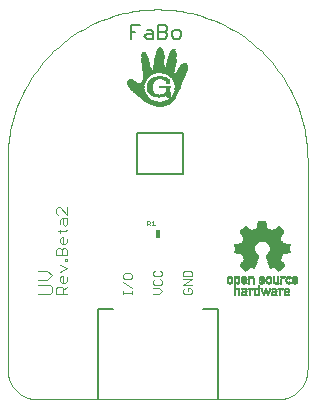
<source format=gto>
G75*
%MOIN*%
%OFA0B0*%
%FSLAX25Y25*%
%IPPOS*%
%LPD*%
%AMOC8*
5,1,8,0,0,1.08239X$1,22.5*
%
%ADD10C,0.00300*%
%ADD11C,0.00400*%
%ADD12C,0.00100*%
%ADD13R,0.01800X0.03000*%
%ADD14C,0.00500*%
%ADD15C,0.00000*%
%ADD16R,0.01012X0.00046*%
%ADD17R,0.01840X0.00046*%
%ADD18R,0.02438X0.00046*%
%ADD19R,0.02852X0.00046*%
%ADD20R,0.03266X0.00046*%
%ADD21R,0.03634X0.00046*%
%ADD22R,0.03910X0.00046*%
%ADD23R,0.04232X0.00046*%
%ADD24R,0.04462X0.00046*%
%ADD25R,0.04738X0.00046*%
%ADD26R,0.04968X0.00046*%
%ADD27R,0.05198X0.00046*%
%ADD28R,0.05428X0.00046*%
%ADD29R,0.05612X0.00046*%
%ADD30R,0.05750X0.00046*%
%ADD31R,0.05980X0.00046*%
%ADD32R,0.06164X0.00046*%
%ADD33R,0.06394X0.00046*%
%ADD34R,0.06532X0.00046*%
%ADD35R,0.06716X0.00046*%
%ADD36R,0.06854X0.00046*%
%ADD37R,0.07038X0.00046*%
%ADD38R,0.07176X0.00046*%
%ADD39R,0.07360X0.00046*%
%ADD40R,0.07498X0.00046*%
%ADD41R,0.07636X0.00046*%
%ADD42R,0.07774X0.00046*%
%ADD43R,0.07958X0.00046*%
%ADD44R,0.08096X0.00046*%
%ADD45R,0.08234X0.00046*%
%ADD46R,0.08326X0.00046*%
%ADD47R,0.08464X0.00046*%
%ADD48R,0.08602X0.00046*%
%ADD49R,0.04048X0.00046*%
%ADD50R,0.03496X0.00046*%
%ADD51R,0.03772X0.00046*%
%ADD52R,0.03174X0.00046*%
%ADD53R,0.03588X0.00046*%
%ADD54R,0.03036X0.00046*%
%ADD55R,0.03542X0.00046*%
%ADD56R,0.03404X0.00046*%
%ADD57R,0.02760X0.00046*%
%ADD58R,0.03312X0.00046*%
%ADD59R,0.02668X0.00046*%
%ADD60R,0.03220X0.00046*%
%ADD61R,0.02576X0.00046*%
%ADD62R,0.03220X0.00046*%
%ADD63R,0.02484X0.00046*%
%ADD64R,0.03128X0.00046*%
%ADD65R,0.02346X0.00046*%
%ADD66R,0.02300X0.00046*%
%ADD67R,0.02254X0.00046*%
%ADD68R,0.02990X0.00046*%
%ADD69R,0.02162X0.00046*%
%ADD70R,0.02944X0.00046*%
%ADD71R,0.02116X0.00046*%
%ADD72R,0.02070X0.00046*%
%ADD73R,0.02024X0.00046*%
%ADD74R,0.02898X0.00046*%
%ADD75R,0.01978X0.00046*%
%ADD76R,0.01932X0.00046*%
%ADD77R,0.02898X0.00046*%
%ADD78R,0.01886X0.00046*%
%ADD79R,0.01840X0.00046*%
%ADD80R,0.01794X0.00046*%
%ADD81R,0.01748X0.00046*%
%ADD82R,0.01702X0.00046*%
%ADD83R,0.01656X0.00046*%
%ADD84R,0.01564X0.00046*%
%ADD85R,0.01610X0.00046*%
%ADD86R,0.02990X0.00046*%
%ADD87R,0.00506X0.00046*%
%ADD88R,0.01288X0.00046*%
%ADD89R,0.01518X0.00046*%
%ADD90R,0.01564X0.00046*%
%ADD91R,0.01334X0.00046*%
%ADD92R,0.01380X0.00046*%
%ADD93R,0.03082X0.00046*%
%ADD94R,0.01426X0.00046*%
%ADD95R,0.03818X0.00046*%
%ADD96R,0.04002X0.00046*%
%ADD97R,0.01472X0.00046*%
%ADD98R,0.04278X0.00046*%
%ADD99R,0.04462X0.00046*%
%ADD100R,0.04600X0.00046*%
%ADD101R,0.04784X0.00046*%
%ADD102R,0.01426X0.00046*%
%ADD103R,0.06440X0.00046*%
%ADD104R,0.06486X0.00046*%
%ADD105R,0.06578X0.00046*%
%ADD106R,0.02208X0.00046*%
%ADD107R,0.02714X0.00046*%
%ADD108R,0.03358X0.00046*%
%ADD109R,0.02070X0.00046*%
%ADD110R,0.03404X0.00046*%
%ADD111R,0.03450X0.00046*%
%ADD112R,0.01978X0.00046*%
%ADD113R,0.03634X0.00046*%
%ADD114R,0.03680X0.00046*%
%ADD115R,0.03726X0.00046*%
%ADD116R,0.03864X0.00046*%
%ADD117R,0.03956X0.00046*%
%ADD118R,0.04094X0.00046*%
%ADD119R,0.04140X0.00046*%
%ADD120R,0.04140X0.00046*%
%ADD121R,0.04186X0.00046*%
%ADD122R,0.01748X0.00046*%
%ADD123R,0.04324X0.00046*%
%ADD124R,0.04370X0.00046*%
%ADD125R,0.04416X0.00046*%
%ADD126R,0.04508X0.00046*%
%ADD127R,0.01656X0.00046*%
%ADD128R,0.04554X0.00046*%
%ADD129R,0.04646X0.00046*%
%ADD130R,0.04692X0.00046*%
%ADD131R,0.04784X0.00046*%
%ADD132R,0.04830X0.00046*%
%ADD133R,0.04876X0.00046*%
%ADD134R,0.04922X0.00046*%
%ADD135R,0.05014X0.00046*%
%ADD136R,0.05060X0.00046*%
%ADD137R,0.05106X0.00046*%
%ADD138R,0.05152X0.00046*%
%ADD139R,0.05244X0.00046*%
%ADD140R,0.05290X0.00046*%
%ADD141R,0.05382X0.00046*%
%ADD142R,0.02162X0.00046*%
%ADD143R,0.05474X0.00046*%
%ADD144R,0.05520X0.00046*%
%ADD145R,0.05566X0.00046*%
%ADD146R,0.05612X0.00046*%
%ADD147R,0.02392X0.00046*%
%ADD148R,0.05658X0.00046*%
%ADD149R,0.05704X0.00046*%
%ADD150R,0.02484X0.00046*%
%ADD151R,0.02530X0.00046*%
%ADD152R,0.05796X0.00046*%
%ADD153R,0.01242X0.00046*%
%ADD154R,0.01150X0.00046*%
%ADD155R,0.01104X0.00046*%
%ADD156R,0.02806X0.00046*%
%ADD157R,0.01058X0.00046*%
%ADD158R,0.01012X0.00046*%
%ADD159R,0.00966X0.00046*%
%ADD160R,0.02622X0.00046*%
%ADD161R,0.02576X0.00046*%
%ADD162R,0.02392X0.00046*%
%ADD163R,0.01334X0.00046*%
%ADD164R,0.00874X0.00046*%
%ADD165R,0.03726X0.00046*%
%ADD166R,0.00552X0.00046*%
%ADD167R,0.01196X0.00046*%
%ADD168R,0.01242X0.00046*%
%ADD169R,0.05336X0.00046*%
%ADD170R,0.02668X0.00046*%
%ADD171R,0.04876X0.00046*%
%ADD172R,0.05290X0.00046*%
%ADD173R,0.05520X0.00046*%
%ADD174R,0.05704X0.00046*%
%ADD175R,0.05888X0.00046*%
%ADD176R,0.05934X0.00046*%
%ADD177R,0.02806X0.00046*%
%ADD178R,0.06026X0.00046*%
%ADD179R,0.06164X0.00046*%
%ADD180R,0.06256X0.00046*%
%ADD181R,0.06348X0.00046*%
%ADD182R,0.03128X0.00046*%
%ADD183R,0.03956X0.00046*%
%ADD184R,0.10258X0.00046*%
%ADD185R,0.10304X0.00046*%
%ADD186R,0.10350X0.00046*%
%ADD187R,0.10396X0.00046*%
%ADD188R,0.10442X0.00046*%
%ADD189R,0.10488X0.00046*%
%ADD190R,0.10534X0.00046*%
%ADD191R,0.10580X0.00046*%
%ADD192R,0.07406X0.00046*%
%ADD193R,0.00736X0.00046*%
%ADD194R,0.03312X0.00046*%
%ADD195R,0.00920X0.00046*%
%ADD196R,0.00828X0.00046*%
%ADD197R,0.00690X0.00046*%
%ADD198R,0.00230X0.00046*%
%ADD199R,0.00782X0.00046*%
%ADD200R,0.00644X0.00046*%
%ADD201R,0.00276X0.00046*%
%ADD202R,0.00414X0.00046*%
%ADD203R,0.00650X0.00050*%
%ADD204R,0.00950X0.00050*%
%ADD205R,0.00800X0.00050*%
%ADD206R,0.00550X0.00050*%
%ADD207R,0.00600X0.00050*%
%ADD208R,0.01750X0.00050*%
%ADD209R,0.01000X0.00050*%
%ADD210R,0.01200X0.00050*%
%ADD211R,0.01800X0.00050*%
%ADD212R,0.01350X0.00050*%
%ADD213R,0.01900X0.00050*%
%ADD214R,0.00700X0.00050*%
%ADD215R,0.01850X0.00050*%
%ADD216R,0.01500X0.00050*%
%ADD217R,0.01950X0.00050*%
%ADD218R,0.01650X0.00050*%
%ADD219R,0.00750X0.00050*%
%ADD220R,0.02000X0.00050*%
%ADD221R,0.02050X0.00050*%
%ADD222R,0.00850X0.00050*%
%ADD223R,0.02100X0.00050*%
%ADD224R,0.00900X0.00050*%
%ADD225R,0.00450X0.00050*%
%ADD226R,0.00300X0.00050*%
%ADD227R,0.00200X0.00050*%
%ADD228R,0.01050X0.00050*%
%ADD229R,0.00100X0.00050*%
%ADD230R,0.01100X0.00050*%
%ADD231R,0.01150X0.00050*%
%ADD232R,0.02200X0.00050*%
%ADD233R,0.01250X0.00050*%
%ADD234R,0.00150X0.00050*%
%ADD235R,0.00250X0.00050*%
%ADD236R,0.00500X0.00050*%
%ADD237R,0.01550X0.00050*%
%ADD238R,0.01600X0.00050*%
%ADD239R,0.01700X0.00050*%
%ADD240R,0.01400X0.00050*%
%ADD241R,0.01300X0.00050*%
%ADD242R,0.00400X0.00050*%
%ADD243R,0.01450X0.00050*%
%ADD244R,0.02150X0.00050*%
%ADD245R,0.00350X0.00050*%
%ADD246R,0.00050X0.00050*%
%ADD247R,0.02250X0.00050*%
%ADD248R,0.02400X0.00050*%
%ADD249R,0.02500X0.00050*%
%ADD250R,0.02650X0.00050*%
%ADD251R,0.02750X0.00050*%
%ADD252R,0.02900X0.00050*%
%ADD253R,0.03000X0.00050*%
%ADD254R,0.03150X0.00050*%
%ADD255R,0.03250X0.00050*%
%ADD256R,0.04600X0.00050*%
%ADD257R,0.04650X0.00050*%
%ADD258R,0.04750X0.00050*%
%ADD259R,0.04800X0.00050*%
%ADD260R,0.04900X0.00050*%
%ADD261R,0.04950X0.00050*%
%ADD262R,0.05000X0.00050*%
%ADD263R,0.05100X0.00050*%
%ADD264R,0.05150X0.00050*%
%ADD265R,0.05200X0.00050*%
%ADD266R,0.05250X0.00050*%
%ADD267R,0.05050X0.00050*%
%ADD268R,0.04850X0.00050*%
%ADD269R,0.05300X0.00050*%
%ADD270R,0.05350X0.00050*%
%ADD271R,0.05450X0.00050*%
%ADD272R,0.05500X0.00050*%
%ADD273R,0.05550X0.00050*%
%ADD274R,0.05650X0.00050*%
%ADD275R,0.05600X0.00050*%
%ADD276R,0.05400X0.00050*%
%ADD277R,0.05700X0.00050*%
%ADD278R,0.05900X0.00050*%
%ADD279R,0.06150X0.00050*%
%ADD280R,0.06350X0.00050*%
%ADD281R,0.06550X0.00050*%
%ADD282R,0.06850X0.00050*%
%ADD283R,0.07050X0.00050*%
%ADD284R,0.07100X0.00050*%
%ADD285R,0.07000X0.00050*%
%ADD286R,0.06950X0.00050*%
%ADD287R,0.06900X0.00050*%
%ADD288R,0.06800X0.00050*%
%ADD289R,0.06600X0.00050*%
%ADD290R,0.05750X0.00050*%
%ADD291R,0.06050X0.00050*%
%ADD292R,0.13050X0.00050*%
%ADD293R,0.12950X0.00050*%
%ADD294R,0.12850X0.00050*%
%ADD295R,0.12750X0.00050*%
%ADD296R,0.12650X0.00050*%
%ADD297R,0.12550X0.00050*%
%ADD298R,0.12450X0.00050*%
%ADD299R,0.12350X0.00050*%
%ADD300R,0.12250X0.00050*%
%ADD301R,0.12150X0.00050*%
%ADD302R,0.13150X0.00050*%
%ADD303R,0.13250X0.00050*%
%ADD304R,0.13350X0.00050*%
%ADD305R,0.13450X0.00050*%
%ADD306R,0.13550X0.00050*%
%ADD307R,0.13650X0.00050*%
%ADD308R,0.13750X0.00050*%
%ADD309R,0.13850X0.00050*%
%ADD310R,0.13950X0.00050*%
%ADD311R,0.14050X0.00050*%
%ADD312R,0.14150X0.00050*%
%ADD313R,0.14250X0.00050*%
%ADD314R,0.14350X0.00050*%
%ADD315R,0.14450X0.00050*%
%ADD316R,0.14550X0.00050*%
%ADD317R,0.14650X0.00050*%
%ADD318R,0.14750X0.00050*%
%ADD319R,0.14850X0.00050*%
%ADD320R,0.14950X0.00050*%
%ADD321R,0.03450X0.00050*%
%ADD322R,0.06750X0.00050*%
%ADD323R,0.03300X0.00050*%
%ADD324R,0.06450X0.00050*%
%ADD325R,0.03200X0.00050*%
%ADD326R,0.06250X0.00050*%
%ADD327R,0.03050X0.00050*%
%ADD328R,0.05950X0.00050*%
%ADD329R,0.02950X0.00050*%
%ADD330R,0.02850X0.00050*%
%ADD331R,0.02800X0.00050*%
%ADD332R,0.02700X0.00050*%
%ADD333R,0.02600X0.00050*%
%ADD334R,0.02450X0.00050*%
%ADD335R,0.02350X0.00050*%
%ADD336R,0.04550X0.00050*%
%ADD337R,0.04250X0.00050*%
%ADD338R,0.04050X0.00050*%
%ADD339R,0.03750X0.00050*%
%ADD340R,0.03650X0.00050*%
%ADD341R,0.03550X0.00050*%
%ADD342R,0.03350X0.00050*%
D10*
X0022947Y0059156D02*
X0022947Y0061007D01*
X0023564Y0061625D01*
X0024798Y0061625D01*
X0025416Y0061007D01*
X0025416Y0059156D01*
X0026650Y0059156D02*
X0022947Y0059156D01*
X0025416Y0060390D02*
X0026650Y0061625D01*
X0026033Y0062839D02*
X0024798Y0062839D01*
X0024181Y0063456D01*
X0024181Y0064691D01*
X0024798Y0065308D01*
X0025416Y0065308D01*
X0025416Y0062839D01*
X0026033Y0062839D02*
X0026650Y0063456D01*
X0026650Y0064691D01*
X0026650Y0067757D02*
X0024181Y0068991D01*
X0026033Y0070205D02*
X0026033Y0070823D01*
X0026650Y0070823D01*
X0026650Y0070205D01*
X0026033Y0070205D01*
X0026650Y0072047D02*
X0026650Y0073898D01*
X0026033Y0074516D01*
X0025416Y0074516D01*
X0024798Y0073898D01*
X0024798Y0072047D01*
X0022947Y0072047D02*
X0022947Y0073898D01*
X0023564Y0074516D01*
X0024181Y0074516D01*
X0024798Y0073898D01*
X0022947Y0072047D02*
X0026650Y0072047D01*
X0026650Y0067757D02*
X0024181Y0066522D01*
X0024798Y0075730D02*
X0024181Y0076347D01*
X0024181Y0077582D01*
X0024798Y0078199D01*
X0025416Y0078199D01*
X0025416Y0075730D01*
X0026033Y0075730D02*
X0024798Y0075730D01*
X0026033Y0075730D02*
X0026650Y0076347D01*
X0026650Y0077582D01*
X0026033Y0080030D02*
X0026650Y0080648D01*
X0026033Y0080030D02*
X0023564Y0080030D01*
X0024181Y0079413D02*
X0024181Y0080648D01*
X0024181Y0082486D02*
X0024181Y0083720D01*
X0024798Y0084337D01*
X0026650Y0084337D01*
X0026650Y0082486D01*
X0026033Y0081869D01*
X0025416Y0082486D01*
X0025416Y0084337D01*
X0026650Y0085552D02*
X0024181Y0088021D01*
X0023564Y0088021D01*
X0022947Y0087403D01*
X0022947Y0086169D01*
X0023564Y0085552D01*
X0026650Y0085552D02*
X0026650Y0088021D01*
X0045831Y0066002D02*
X0045348Y0065518D01*
X0045348Y0064551D01*
X0045831Y0064067D01*
X0047766Y0064067D01*
X0048250Y0064551D01*
X0048250Y0065518D01*
X0047766Y0066002D01*
X0045831Y0066002D01*
X0045348Y0063055D02*
X0048250Y0061120D01*
X0048250Y0060123D02*
X0048250Y0059156D01*
X0048250Y0059640D02*
X0045348Y0059640D01*
X0045348Y0060123D02*
X0045348Y0059156D01*
X0055348Y0059156D02*
X0057283Y0059156D01*
X0058250Y0060123D01*
X0057283Y0061091D01*
X0055348Y0061091D01*
X0055831Y0062102D02*
X0055348Y0062586D01*
X0055348Y0063554D01*
X0055831Y0064037D01*
X0055831Y0065049D02*
X0055348Y0065533D01*
X0055348Y0066500D01*
X0055831Y0066984D01*
X0055831Y0065049D02*
X0057766Y0065049D01*
X0058250Y0065533D01*
X0058250Y0066500D01*
X0057766Y0066984D01*
X0057766Y0064037D02*
X0058250Y0063554D01*
X0058250Y0062586D01*
X0057766Y0062102D01*
X0055831Y0062102D01*
X0065348Y0062102D02*
X0068250Y0064037D01*
X0065348Y0064037D01*
X0065348Y0065049D02*
X0065348Y0066500D01*
X0065831Y0066984D01*
X0067766Y0066984D01*
X0068250Y0066500D01*
X0068250Y0065049D01*
X0065348Y0065049D01*
X0065348Y0062102D02*
X0068250Y0062102D01*
X0067766Y0061091D02*
X0066799Y0061091D01*
X0066799Y0060123D01*
X0067766Y0059156D02*
X0065831Y0059156D01*
X0065348Y0059640D01*
X0065348Y0060607D01*
X0065831Y0061091D01*
X0067766Y0061091D02*
X0068250Y0060607D01*
X0068250Y0059640D01*
X0067766Y0059156D01*
D11*
X0021600Y0059973D02*
X0021600Y0061508D01*
X0020833Y0062275D01*
X0016996Y0062275D01*
X0016996Y0063810D02*
X0020065Y0063810D01*
X0021600Y0065344D01*
X0020065Y0066879D01*
X0016996Y0066879D01*
X0016996Y0059206D02*
X0020833Y0059206D01*
X0021600Y0059973D01*
D12*
X0053350Y0082056D02*
X0053350Y0083557D01*
X0054101Y0083557D01*
X0054351Y0083307D01*
X0054351Y0082807D01*
X0054101Y0082556D01*
X0053350Y0082556D01*
X0053850Y0082556D02*
X0054351Y0082056D01*
X0054823Y0082056D02*
X0055824Y0082056D01*
X0055324Y0082056D02*
X0055324Y0083557D01*
X0054823Y0083057D01*
D13*
X0056800Y0079006D03*
D14*
X0050107Y0099163D02*
X0050107Y0112943D01*
X0065461Y0112943D01*
X0065461Y0099163D01*
X0050107Y0099163D01*
X0047842Y0144256D02*
X0047842Y0148760D01*
X0050845Y0148760D01*
X0049343Y0146508D02*
X0047842Y0146508D01*
X0052446Y0145007D02*
X0053197Y0144256D01*
X0055449Y0144256D01*
X0055449Y0146508D01*
X0054698Y0147258D01*
X0053197Y0147258D01*
X0053197Y0145757D02*
X0055449Y0145757D01*
X0057050Y0146508D02*
X0059302Y0146508D01*
X0060053Y0145757D01*
X0060053Y0145007D01*
X0059302Y0144256D01*
X0057050Y0144256D01*
X0057050Y0148760D01*
X0059302Y0148760D01*
X0060053Y0148009D01*
X0060053Y0147258D01*
X0059302Y0146508D01*
X0061654Y0146508D02*
X0061654Y0145007D01*
X0062405Y0144256D01*
X0063906Y0144256D01*
X0064656Y0145007D01*
X0064656Y0146508D01*
X0063906Y0147258D01*
X0062405Y0147258D01*
X0061654Y0146508D01*
X0053197Y0145757D02*
X0052446Y0145007D01*
X0041800Y0054006D02*
X0036800Y0054006D01*
X0036800Y0024006D01*
X0071800Y0054006D02*
X0076800Y0054006D01*
X0076800Y0024006D01*
D15*
X0096800Y0024006D02*
X0016800Y0024006D01*
X0016558Y0024009D01*
X0016317Y0024018D01*
X0016076Y0024032D01*
X0015835Y0024053D01*
X0015595Y0024079D01*
X0015355Y0024111D01*
X0015116Y0024149D01*
X0014879Y0024192D01*
X0014642Y0024242D01*
X0014407Y0024297D01*
X0014173Y0024357D01*
X0013941Y0024424D01*
X0013710Y0024495D01*
X0013481Y0024573D01*
X0013254Y0024656D01*
X0013029Y0024744D01*
X0012806Y0024838D01*
X0012586Y0024937D01*
X0012368Y0025042D01*
X0012153Y0025151D01*
X0011940Y0025266D01*
X0011730Y0025386D01*
X0011524Y0025511D01*
X0011320Y0025641D01*
X0011119Y0025776D01*
X0010922Y0025916D01*
X0010728Y0026060D01*
X0010538Y0026209D01*
X0010352Y0026363D01*
X0010169Y0026521D01*
X0009990Y0026683D01*
X0009815Y0026850D01*
X0009644Y0027021D01*
X0009477Y0027196D01*
X0009315Y0027375D01*
X0009157Y0027558D01*
X0009003Y0027744D01*
X0008854Y0027934D01*
X0008710Y0028128D01*
X0008570Y0028325D01*
X0008435Y0028526D01*
X0008305Y0028730D01*
X0008180Y0028936D01*
X0008060Y0029146D01*
X0007945Y0029359D01*
X0007836Y0029574D01*
X0007731Y0029792D01*
X0007632Y0030012D01*
X0007538Y0030235D01*
X0007450Y0030460D01*
X0007367Y0030687D01*
X0007289Y0030916D01*
X0007218Y0031147D01*
X0007151Y0031379D01*
X0007091Y0031613D01*
X0007036Y0031848D01*
X0006986Y0032085D01*
X0006943Y0032322D01*
X0006905Y0032561D01*
X0006873Y0032801D01*
X0006847Y0033041D01*
X0006826Y0033282D01*
X0006812Y0033523D01*
X0006803Y0033764D01*
X0006800Y0034006D01*
X0006800Y0104006D01*
X0006815Y0105224D01*
X0006859Y0106440D01*
X0006933Y0107656D01*
X0007037Y0108869D01*
X0007170Y0110079D01*
X0007333Y0111286D01*
X0007525Y0112488D01*
X0007746Y0113686D01*
X0007996Y0114878D01*
X0008275Y0116063D01*
X0008583Y0117241D01*
X0008920Y0118411D01*
X0009285Y0119573D01*
X0009678Y0120725D01*
X0010099Y0121868D01*
X0010548Y0122999D01*
X0011024Y0124120D01*
X0011528Y0125229D01*
X0012058Y0126325D01*
X0012615Y0127408D01*
X0013198Y0128477D01*
X0013806Y0129531D01*
X0014441Y0130571D01*
X0015100Y0131594D01*
X0015784Y0132602D01*
X0016493Y0133592D01*
X0017225Y0134565D01*
X0017981Y0135519D01*
X0018760Y0136455D01*
X0019561Y0137372D01*
X0020385Y0138269D01*
X0021230Y0139145D01*
X0022096Y0140001D01*
X0022983Y0140836D01*
X0023890Y0141648D01*
X0024816Y0142438D01*
X0025762Y0143206D01*
X0026725Y0143950D01*
X0027707Y0144670D01*
X0028706Y0145367D01*
X0029721Y0146039D01*
X0030753Y0146686D01*
X0031800Y0147307D01*
X0032862Y0147903D01*
X0033938Y0148473D01*
X0035027Y0149017D01*
X0036130Y0149533D01*
X0037245Y0150023D01*
X0038371Y0150486D01*
X0039508Y0150921D01*
X0040656Y0151328D01*
X0041813Y0151707D01*
X0042979Y0152058D01*
X0044153Y0152380D01*
X0045335Y0152674D01*
X0046524Y0152939D01*
X0047718Y0153174D01*
X0048918Y0153381D01*
X0050123Y0153558D01*
X0051331Y0153706D01*
X0052543Y0153824D01*
X0053758Y0153913D01*
X0054974Y0153973D01*
X0056191Y0154002D01*
X0057409Y0154002D01*
X0058626Y0153973D01*
X0059842Y0153913D01*
X0061057Y0153824D01*
X0062269Y0153706D01*
X0063477Y0153558D01*
X0064682Y0153381D01*
X0065882Y0153174D01*
X0067076Y0152939D01*
X0068265Y0152674D01*
X0069447Y0152380D01*
X0070621Y0152058D01*
X0071787Y0151707D01*
X0072944Y0151328D01*
X0074092Y0150921D01*
X0075229Y0150486D01*
X0076355Y0150023D01*
X0077470Y0149533D01*
X0078573Y0149017D01*
X0079662Y0148473D01*
X0080738Y0147903D01*
X0081800Y0147307D01*
X0082847Y0146686D01*
X0083879Y0146039D01*
X0084894Y0145367D01*
X0085893Y0144670D01*
X0086875Y0143950D01*
X0087838Y0143206D01*
X0088784Y0142438D01*
X0089710Y0141648D01*
X0090617Y0140836D01*
X0091504Y0140001D01*
X0092370Y0139145D01*
X0093215Y0138269D01*
X0094039Y0137372D01*
X0094840Y0136455D01*
X0095619Y0135519D01*
X0096375Y0134565D01*
X0097107Y0133592D01*
X0097816Y0132602D01*
X0098500Y0131594D01*
X0099159Y0130571D01*
X0099794Y0129531D01*
X0100402Y0128477D01*
X0100985Y0127408D01*
X0101542Y0126325D01*
X0102072Y0125229D01*
X0102576Y0124120D01*
X0103052Y0122999D01*
X0103501Y0121868D01*
X0103922Y0120725D01*
X0104315Y0119573D01*
X0104680Y0118411D01*
X0105017Y0117241D01*
X0105325Y0116063D01*
X0105604Y0114878D01*
X0105854Y0113686D01*
X0106075Y0112488D01*
X0106267Y0111286D01*
X0106430Y0110079D01*
X0106563Y0108869D01*
X0106667Y0107656D01*
X0106741Y0106440D01*
X0106785Y0105224D01*
X0106800Y0104006D01*
X0106800Y0034006D01*
X0106797Y0033764D01*
X0106788Y0033523D01*
X0106774Y0033282D01*
X0106753Y0033041D01*
X0106727Y0032801D01*
X0106695Y0032561D01*
X0106657Y0032322D01*
X0106614Y0032085D01*
X0106564Y0031848D01*
X0106509Y0031613D01*
X0106449Y0031379D01*
X0106382Y0031147D01*
X0106311Y0030916D01*
X0106233Y0030687D01*
X0106150Y0030460D01*
X0106062Y0030235D01*
X0105968Y0030012D01*
X0105869Y0029792D01*
X0105764Y0029574D01*
X0105655Y0029359D01*
X0105540Y0029146D01*
X0105420Y0028936D01*
X0105295Y0028730D01*
X0105165Y0028526D01*
X0105030Y0028325D01*
X0104890Y0028128D01*
X0104746Y0027934D01*
X0104597Y0027744D01*
X0104443Y0027558D01*
X0104285Y0027375D01*
X0104123Y0027196D01*
X0103956Y0027021D01*
X0103785Y0026850D01*
X0103610Y0026683D01*
X0103431Y0026521D01*
X0103248Y0026363D01*
X0103062Y0026209D01*
X0102872Y0026060D01*
X0102678Y0025916D01*
X0102481Y0025776D01*
X0102280Y0025641D01*
X0102076Y0025511D01*
X0101870Y0025386D01*
X0101660Y0025266D01*
X0101447Y0025151D01*
X0101232Y0025042D01*
X0101014Y0024937D01*
X0100794Y0024838D01*
X0100571Y0024744D01*
X0100346Y0024656D01*
X0100119Y0024573D01*
X0099890Y0024495D01*
X0099659Y0024424D01*
X0099427Y0024357D01*
X0099193Y0024297D01*
X0098958Y0024242D01*
X0098721Y0024192D01*
X0098484Y0024149D01*
X0098245Y0024111D01*
X0098005Y0024079D01*
X0097765Y0024053D01*
X0097524Y0024032D01*
X0097283Y0024018D01*
X0097042Y0024009D01*
X0096800Y0024006D01*
D16*
X0057679Y0121506D03*
D17*
X0057679Y0121552D03*
X0060209Y0126014D03*
X0061635Y0124082D03*
X0063521Y0127762D03*
X0063521Y0127808D03*
X0059703Y0130476D03*
X0054965Y0130016D03*
X0054919Y0129970D03*
X0054827Y0129832D03*
X0054781Y0129786D03*
X0054735Y0129694D03*
X0053079Y0131442D03*
X0054735Y0126060D03*
X0054781Y0126014D03*
X0048065Y0130246D03*
X0057679Y0140320D03*
X0062049Y0139722D03*
D18*
X0061934Y0138940D03*
X0061934Y0138894D03*
X0057656Y0139584D03*
X0057656Y0139630D03*
X0052596Y0137422D03*
X0052596Y0137376D03*
X0052596Y0137330D03*
X0053378Y0131902D03*
X0056046Y0130706D03*
X0059910Y0125600D03*
X0060784Y0123392D03*
X0057656Y0121598D03*
X0055632Y0125416D03*
X0048134Y0129924D03*
X0063682Y0128958D03*
X0063682Y0128912D03*
D19*
X0063705Y0129556D03*
X0060945Y0132362D03*
X0061773Y0137790D03*
X0061773Y0137836D03*
X0061773Y0137882D03*
X0061773Y0137928D03*
X0065407Y0134432D03*
X0065407Y0134386D03*
X0057587Y0138710D03*
X0057587Y0138756D03*
X0057587Y0138802D03*
X0057587Y0138848D03*
X0052941Y0135444D03*
X0052941Y0135398D03*
X0052987Y0135260D03*
X0052987Y0135214D03*
X0052987Y0135168D03*
X0053033Y0135076D03*
X0053033Y0135030D03*
X0053079Y0134846D03*
X0053539Y0132132D03*
X0055931Y0125370D03*
X0057679Y0121644D03*
X0060347Y0123162D03*
X0052711Y0124174D03*
D20*
X0051446Y0125416D03*
X0051400Y0125462D03*
X0053746Y0132316D03*
X0057426Y0137192D03*
X0057426Y0137238D03*
X0057426Y0137284D03*
X0057426Y0137330D03*
X0057426Y0137376D03*
X0063682Y0130062D03*
X0064878Y0133098D03*
X0064878Y0133144D03*
X0064924Y0133190D03*
X0057196Y0124864D03*
X0057656Y0121690D03*
D21*
X0057656Y0121736D03*
X0059312Y0125370D03*
X0048594Y0129234D03*
D22*
X0054022Y0132546D03*
X0057196Y0134248D03*
X0057196Y0134294D03*
X0057196Y0134340D03*
X0057196Y0134386D03*
X0057656Y0121782D03*
D23*
X0057633Y0121828D03*
X0050411Y0126796D03*
X0057679Y0131074D03*
X0063567Y0130936D03*
D24*
X0063498Y0131120D03*
X0057610Y0121874D03*
D25*
X0057610Y0121920D03*
X0050066Y0127394D03*
X0063452Y0131304D03*
D26*
X0063383Y0131488D03*
X0057587Y0121966D03*
X0049905Y0127762D03*
D27*
X0049790Y0128084D03*
X0049790Y0128130D03*
X0057610Y0122012D03*
X0063314Y0131626D03*
D28*
X0057633Y0130752D03*
X0057587Y0122058D03*
X0049721Y0128406D03*
X0049721Y0128452D03*
X0049721Y0128498D03*
D29*
X0057587Y0122104D03*
D30*
X0057564Y0122150D03*
X0049652Y0129096D03*
X0063176Y0131948D03*
D31*
X0057541Y0122196D03*
D32*
X0057541Y0122242D03*
D33*
X0057518Y0122288D03*
D34*
X0057495Y0122334D03*
D35*
X0057495Y0122380D03*
D36*
X0057472Y0122426D03*
D37*
X0057472Y0122472D03*
D38*
X0057449Y0122518D03*
D39*
X0057449Y0122564D03*
X0058783Y0133604D03*
X0058783Y0133650D03*
X0058829Y0133788D03*
D40*
X0057426Y0122610D03*
D41*
X0057403Y0122656D03*
D42*
X0057380Y0122702D03*
D43*
X0057380Y0122748D03*
D44*
X0057357Y0122794D03*
D45*
X0057334Y0122840D03*
D46*
X0057334Y0122886D03*
D47*
X0057311Y0122932D03*
D48*
X0057288Y0122978D03*
D49*
X0054919Y0123024D03*
X0050549Y0126566D03*
X0057219Y0133972D03*
X0063567Y0130798D03*
D50*
X0063659Y0130292D03*
X0064533Y0132546D03*
X0064579Y0132592D03*
X0060577Y0132592D03*
X0057311Y0135950D03*
X0057311Y0135996D03*
X0057311Y0136042D03*
X0057311Y0136088D03*
X0057311Y0136134D03*
X0057311Y0136180D03*
X0051055Y0125876D03*
X0051101Y0125830D03*
X0048525Y0129280D03*
X0059887Y0123024D03*
D51*
X0059243Y0128314D03*
X0057219Y0134662D03*
X0057219Y0134708D03*
X0057219Y0134754D03*
X0057219Y0134800D03*
X0057219Y0134846D03*
X0050779Y0126244D03*
X0050825Y0126198D03*
X0054735Y0123070D03*
D52*
X0051676Y0125140D03*
X0051630Y0125186D03*
X0051584Y0125232D03*
X0048364Y0129464D03*
X0053470Y0133604D03*
X0057472Y0137652D03*
X0057472Y0137698D03*
X0057472Y0137744D03*
X0057472Y0137790D03*
X0057472Y0137836D03*
X0061106Y0134478D03*
X0061060Y0134294D03*
X0061014Y0134156D03*
X0061014Y0134110D03*
X0060968Y0134018D03*
X0060968Y0133972D03*
X0060922Y0133834D03*
X0060738Y0132500D03*
X0065016Y0133420D03*
X0065062Y0133512D03*
X0060094Y0123070D03*
D53*
X0054551Y0123116D03*
X0053907Y0132454D03*
X0057265Y0135444D03*
X0057265Y0135490D03*
X0057265Y0135536D03*
X0057265Y0135582D03*
X0057265Y0135628D03*
X0064441Y0132408D03*
X0063659Y0130384D03*
D54*
X0063705Y0129786D03*
X0065223Y0133926D03*
X0065269Y0134018D03*
X0061543Y0136456D03*
X0061543Y0136502D03*
X0061543Y0136548D03*
X0061589Y0136686D03*
X0061589Y0136732D03*
X0061589Y0136778D03*
X0061589Y0136824D03*
X0061635Y0136916D03*
X0061635Y0136962D03*
X0061635Y0137008D03*
X0061635Y0137054D03*
X0057541Y0138250D03*
X0057541Y0138296D03*
X0057541Y0138342D03*
X0057541Y0138388D03*
X0053309Y0134064D03*
X0053309Y0134018D03*
X0053355Y0133972D03*
X0053355Y0133926D03*
X0053631Y0132224D03*
X0048295Y0129556D03*
X0051929Y0124864D03*
X0053631Y0123530D03*
X0053723Y0123484D03*
X0060209Y0123116D03*
D55*
X0057196Y0124910D03*
X0054436Y0123162D03*
X0051032Y0125922D03*
X0057288Y0135674D03*
X0057288Y0135720D03*
X0057288Y0135766D03*
X0057288Y0135812D03*
X0057288Y0135858D03*
X0057288Y0135904D03*
X0064464Y0132454D03*
X0064510Y0132500D03*
X0063682Y0130338D03*
D56*
X0064671Y0132730D03*
X0054321Y0123208D03*
X0051285Y0125600D03*
X0051239Y0125646D03*
X0048479Y0129326D03*
D57*
X0048203Y0129740D03*
X0052849Y0135812D03*
X0052849Y0135858D03*
X0052849Y0135904D03*
X0052849Y0135950D03*
X0052803Y0135996D03*
X0052803Y0136042D03*
X0052803Y0136088D03*
X0052803Y0136134D03*
X0057633Y0139032D03*
X0061819Y0138204D03*
X0061819Y0138158D03*
X0061819Y0138112D03*
X0065453Y0134570D03*
X0063705Y0129418D03*
X0060439Y0123208D03*
D58*
X0063705Y0130108D03*
X0064763Y0132914D03*
X0064809Y0132960D03*
X0064809Y0133006D03*
X0064855Y0133052D03*
X0060669Y0132546D03*
X0054183Y0123254D03*
X0051377Y0125508D03*
X0048433Y0129372D03*
D59*
X0048203Y0129786D03*
X0052757Y0136364D03*
X0052757Y0136410D03*
X0052757Y0136456D03*
X0052711Y0136548D03*
X0052711Y0136594D03*
X0052711Y0136640D03*
X0057633Y0139170D03*
X0057633Y0139216D03*
X0057633Y0139262D03*
X0061865Y0138480D03*
X0061865Y0138434D03*
X0061865Y0138388D03*
X0065499Y0134708D03*
X0063705Y0129326D03*
X0063705Y0129280D03*
X0063705Y0129234D03*
X0060531Y0123254D03*
D60*
X0063705Y0129970D03*
X0063705Y0130016D03*
X0060945Y0133880D03*
X0060945Y0133926D03*
X0054091Y0123300D03*
X0051469Y0125370D03*
X0048387Y0129418D03*
D61*
X0053447Y0131994D03*
X0052665Y0136824D03*
X0052665Y0136870D03*
X0052665Y0136916D03*
X0052665Y0136962D03*
X0057633Y0139354D03*
X0063705Y0129188D03*
X0063705Y0129142D03*
X0065545Y0134846D03*
X0059841Y0125554D03*
X0060623Y0123300D03*
X0057219Y0124772D03*
D62*
X0053999Y0123346D03*
X0051561Y0125278D03*
X0051515Y0125324D03*
X0057449Y0137422D03*
X0057449Y0137468D03*
X0057449Y0137514D03*
X0057449Y0137560D03*
X0057449Y0137606D03*
X0065039Y0133466D03*
X0064993Y0133374D03*
X0064993Y0133328D03*
X0064947Y0133282D03*
X0064947Y0133236D03*
D63*
X0060715Y0123346D03*
X0057679Y0139538D03*
D64*
X0057495Y0138020D03*
X0057495Y0137974D03*
X0057495Y0137928D03*
X0057495Y0137882D03*
X0061313Y0135398D03*
X0061313Y0135352D03*
X0061267Y0135168D03*
X0061267Y0135122D03*
X0061221Y0134984D03*
X0061221Y0134938D03*
X0061221Y0134892D03*
X0061175Y0134800D03*
X0061175Y0134754D03*
X0061175Y0134708D03*
X0061129Y0134662D03*
X0061129Y0134616D03*
X0061129Y0134570D03*
X0061129Y0134524D03*
X0061083Y0134432D03*
X0061083Y0134386D03*
X0061083Y0134340D03*
X0061037Y0134248D03*
X0061037Y0134202D03*
X0061405Y0135812D03*
X0065131Y0133696D03*
X0065131Y0133650D03*
X0065085Y0133604D03*
X0065085Y0133558D03*
X0063705Y0129924D03*
X0063705Y0129878D03*
X0059565Y0125416D03*
X0057725Y0131258D03*
X0053447Y0133650D03*
X0053447Y0133696D03*
X0053401Y0133788D03*
X0051745Y0125094D03*
X0053815Y0123438D03*
X0053907Y0123392D03*
D65*
X0055540Y0125462D03*
X0059956Y0125646D03*
X0060876Y0123438D03*
X0063682Y0128774D03*
X0063682Y0128820D03*
X0065614Y0135076D03*
X0061980Y0139078D03*
X0061980Y0139124D03*
X0052550Y0137652D03*
X0052550Y0137606D03*
X0052550Y0137560D03*
D66*
X0052527Y0137698D03*
X0052527Y0137744D03*
X0052527Y0137790D03*
X0057679Y0139768D03*
X0057679Y0139814D03*
X0057679Y0139860D03*
X0062003Y0139170D03*
X0065637Y0135168D03*
X0065637Y0135122D03*
X0063659Y0128728D03*
X0063659Y0128682D03*
X0063659Y0128636D03*
X0060945Y0123484D03*
X0059243Y0130706D03*
X0053309Y0131810D03*
X0048111Y0130016D03*
D67*
X0048088Y0130062D03*
X0053286Y0131764D03*
X0055908Y0130660D03*
X0060002Y0125692D03*
X0061014Y0123530D03*
X0065660Y0135214D03*
X0061980Y0139216D03*
X0052504Y0137928D03*
X0052504Y0137882D03*
X0052504Y0137836D03*
D68*
X0053194Y0134432D03*
X0053240Y0134294D03*
X0053240Y0134248D03*
X0051998Y0124818D03*
X0052044Y0124772D03*
X0052090Y0124726D03*
X0052228Y0124588D03*
X0053562Y0123576D03*
X0063728Y0129740D03*
X0065246Y0133972D03*
X0065292Y0134064D03*
X0065292Y0134110D03*
X0061612Y0136870D03*
X0061658Y0137100D03*
X0061658Y0137146D03*
X0061658Y0137192D03*
X0061658Y0137238D03*
X0061704Y0137422D03*
D69*
X0062026Y0139354D03*
X0065660Y0135260D03*
X0057748Y0131350D03*
X0055770Y0130614D03*
X0055310Y0125554D03*
X0057242Y0124726D03*
X0061060Y0123576D03*
X0061106Y0123622D03*
X0052458Y0138066D03*
X0052458Y0138112D03*
X0048088Y0130108D03*
D70*
X0048295Y0129602D03*
X0052297Y0124542D03*
X0052343Y0124496D03*
X0052389Y0124450D03*
X0052435Y0124404D03*
X0053263Y0123760D03*
X0053355Y0123714D03*
X0053401Y0123668D03*
X0053493Y0123622D03*
X0057219Y0124818D03*
X0053585Y0132178D03*
X0053217Y0134340D03*
X0053217Y0134386D03*
X0053171Y0134478D03*
X0053171Y0134524D03*
X0053125Y0134662D03*
X0057587Y0138572D03*
X0061727Y0137560D03*
X0061727Y0137514D03*
X0061727Y0137468D03*
X0061681Y0137376D03*
X0061681Y0137330D03*
X0061681Y0137284D03*
X0065361Y0134294D03*
X0065315Y0134202D03*
X0065315Y0134156D03*
X0063705Y0129694D03*
X0063705Y0129648D03*
X0060899Y0132408D03*
D71*
X0063613Y0128360D03*
X0063613Y0128314D03*
X0060071Y0125784D03*
X0061175Y0123668D03*
X0055701Y0130568D03*
X0053217Y0131672D03*
X0052435Y0138158D03*
X0052435Y0138204D03*
X0057679Y0139998D03*
X0057679Y0140044D03*
X0062003Y0139400D03*
X0065683Y0135306D03*
D72*
X0065706Y0135352D03*
X0060094Y0125830D03*
X0061244Y0123714D03*
X0053194Y0131626D03*
X0057702Y0140090D03*
D73*
X0057679Y0140136D03*
X0062049Y0139538D03*
X0055517Y0130476D03*
X0053171Y0131580D03*
X0055149Y0125646D03*
X0061313Y0123760D03*
X0063567Y0128084D03*
X0063567Y0128130D03*
X0052435Y0138250D03*
X0052435Y0138296D03*
X0048065Y0130154D03*
D74*
X0053148Y0134570D03*
X0053148Y0134616D03*
X0053102Y0134708D03*
X0053102Y0134754D03*
X0053102Y0134800D03*
X0053056Y0134892D03*
X0053056Y0134938D03*
X0053056Y0134984D03*
X0052642Y0124220D03*
X0052780Y0124128D03*
X0052826Y0124082D03*
X0053056Y0123898D03*
X0053148Y0123852D03*
X0053194Y0123806D03*
X0059680Y0125462D03*
X0065338Y0134248D03*
X0065384Y0134340D03*
D75*
X0065706Y0135398D03*
X0062026Y0139584D03*
X0059588Y0130568D03*
X0060140Y0125876D03*
X0061336Y0123806D03*
X0055080Y0125692D03*
X0055310Y0130338D03*
X0052412Y0138342D03*
X0052412Y0138388D03*
X0052412Y0138434D03*
D76*
X0052389Y0138480D03*
X0057679Y0140228D03*
X0062049Y0139630D03*
X0055241Y0130292D03*
X0055195Y0130246D03*
X0055149Y0130200D03*
X0055103Y0130154D03*
X0055057Y0130108D03*
X0060163Y0125922D03*
X0061451Y0123898D03*
X0061405Y0123852D03*
X0063567Y0127946D03*
X0063567Y0127992D03*
X0063567Y0128038D03*
X0048065Y0130200D03*
D77*
X0048272Y0129648D03*
X0052504Y0124358D03*
X0052550Y0124312D03*
X0052596Y0124266D03*
X0052872Y0124036D03*
X0052964Y0123990D03*
X0053010Y0123944D03*
X0053010Y0135122D03*
X0057564Y0138618D03*
X0057564Y0138664D03*
X0061750Y0137744D03*
X0061750Y0137698D03*
X0061750Y0137652D03*
X0061750Y0137606D03*
X0063728Y0129602D03*
D78*
X0063544Y0127900D03*
X0063544Y0127854D03*
X0061520Y0123944D03*
X0060186Y0125968D03*
X0059680Y0130522D03*
X0055034Y0130062D03*
X0054896Y0129924D03*
X0054850Y0129878D03*
X0053102Y0131488D03*
X0054804Y0125968D03*
X0054850Y0125922D03*
X0054896Y0125876D03*
X0054942Y0125830D03*
X0054988Y0125784D03*
X0052366Y0138526D03*
X0057702Y0140274D03*
X0062072Y0139676D03*
X0065752Y0135444D03*
D79*
X0063475Y0127716D03*
X0063475Y0127670D03*
X0063475Y0127624D03*
X0061589Y0124036D03*
X0061543Y0123990D03*
X0054643Y0129556D03*
X0054689Y0129648D03*
X0052389Y0138572D03*
D80*
X0052366Y0138618D03*
X0052366Y0138664D03*
X0053056Y0131396D03*
X0054482Y0129280D03*
X0054482Y0129234D03*
X0054436Y0129188D03*
X0054436Y0129142D03*
X0054436Y0129096D03*
X0054390Y0129050D03*
X0054390Y0129004D03*
X0054344Y0128866D03*
X0054298Y0128682D03*
X0054528Y0129326D03*
X0054528Y0129372D03*
X0054574Y0129418D03*
X0054574Y0129464D03*
X0054620Y0129510D03*
X0054666Y0129602D03*
X0054758Y0129740D03*
X0054528Y0126382D03*
X0054574Y0126290D03*
X0054620Y0126244D03*
X0054620Y0126198D03*
X0054666Y0126152D03*
X0054712Y0126106D03*
X0059772Y0130430D03*
X0060232Y0126106D03*
X0060232Y0126060D03*
X0061704Y0124128D03*
X0063452Y0127532D03*
X0063452Y0127578D03*
X0065752Y0135490D03*
X0062072Y0139768D03*
D81*
X0059841Y0130384D03*
X0059887Y0130338D03*
X0059933Y0130292D03*
X0060255Y0126152D03*
X0061819Y0124266D03*
X0061773Y0124220D03*
X0061727Y0124174D03*
X0054551Y0126336D03*
X0054505Y0126428D03*
X0054505Y0126474D03*
X0054459Y0126520D03*
X0054459Y0126566D03*
X0054413Y0126612D03*
X0054413Y0126658D03*
X0054367Y0126750D03*
X0054367Y0126796D03*
X0054367Y0128912D03*
X0054367Y0128958D03*
X0053033Y0131350D03*
D82*
X0053010Y0131304D03*
X0052964Y0131258D03*
X0054252Y0128452D03*
X0054206Y0128038D03*
X0054206Y0127992D03*
X0054206Y0127946D03*
X0054206Y0127900D03*
X0054206Y0127854D03*
X0054206Y0127808D03*
X0054206Y0127762D03*
X0054206Y0127716D03*
X0054206Y0127670D03*
X0054206Y0127624D03*
X0054206Y0127578D03*
X0054252Y0127394D03*
X0054252Y0127348D03*
X0054252Y0127302D03*
X0054252Y0127256D03*
X0054252Y0127210D03*
X0054298Y0127072D03*
X0054298Y0127026D03*
X0054298Y0126980D03*
X0054344Y0126842D03*
X0054390Y0126704D03*
X0059956Y0130246D03*
X0060002Y0130200D03*
X0060278Y0126244D03*
X0060278Y0126198D03*
X0061934Y0124404D03*
X0061888Y0124358D03*
X0061842Y0124312D03*
X0063406Y0127302D03*
X0063406Y0127348D03*
X0063406Y0127394D03*
X0062072Y0139814D03*
X0062072Y0139860D03*
X0057702Y0140412D03*
D83*
X0057679Y0140458D03*
X0052343Y0138802D03*
X0060025Y0130154D03*
X0060071Y0130108D03*
X0060301Y0126336D03*
X0060301Y0126290D03*
X0062003Y0124496D03*
X0061957Y0124450D03*
X0063383Y0127210D03*
X0063383Y0127256D03*
X0065775Y0135582D03*
D84*
X0062095Y0139952D03*
X0062095Y0139998D03*
X0057679Y0140504D03*
X0052895Y0131120D03*
X0060255Y0129740D03*
X0060255Y0129694D03*
X0060255Y0129648D03*
X0060301Y0129556D03*
X0060301Y0129510D03*
X0060301Y0129464D03*
X0060301Y0129418D03*
X0060301Y0129372D03*
X0060301Y0129326D03*
X0060347Y0126796D03*
X0060347Y0126750D03*
X0060347Y0126704D03*
X0060347Y0126658D03*
X0060347Y0126612D03*
X0060347Y0126566D03*
X0060347Y0126520D03*
X0062187Y0124726D03*
X0062233Y0124772D03*
X0062049Y0124542D03*
X0063199Y0126704D03*
X0063245Y0126796D03*
X0063245Y0126842D03*
D85*
X0063268Y0126888D03*
X0063314Y0127026D03*
X0063314Y0127072D03*
X0062118Y0124634D03*
X0062072Y0124588D03*
X0060324Y0126382D03*
X0060324Y0126428D03*
X0060324Y0126474D03*
X0060324Y0129280D03*
X0060278Y0129602D03*
X0060232Y0129786D03*
X0060186Y0129878D03*
X0060186Y0129924D03*
X0060140Y0129970D03*
X0060140Y0130016D03*
X0060094Y0130062D03*
X0052918Y0131166D03*
X0048042Y0130338D03*
X0052320Y0138848D03*
X0052320Y0138894D03*
D86*
X0053286Y0134202D03*
X0053286Y0134156D03*
X0053286Y0134110D03*
X0057564Y0138434D03*
X0057564Y0138480D03*
X0057564Y0138526D03*
X0052136Y0124680D03*
X0052182Y0124634D03*
D87*
X0057242Y0124634D03*
X0052228Y0139538D03*
X0062164Y0140550D03*
D88*
X0052297Y0139170D03*
X0052757Y0130798D03*
X0052711Y0130752D03*
X0051929Y0129280D03*
X0060485Y0124680D03*
X0060485Y0124634D03*
D89*
X0060370Y0125186D03*
X0060370Y0126842D03*
X0060370Y0126888D03*
X0060370Y0126934D03*
X0060370Y0126980D03*
X0060370Y0127026D03*
X0060370Y0127072D03*
X0060370Y0127118D03*
X0060370Y0127164D03*
X0060370Y0127210D03*
X0060370Y0127256D03*
X0060370Y0127302D03*
X0060370Y0127348D03*
X0060370Y0127394D03*
X0060370Y0127440D03*
X0060370Y0127486D03*
X0060370Y0127532D03*
X0060370Y0127578D03*
X0060370Y0127624D03*
X0063176Y0126658D03*
X0063176Y0126612D03*
X0063176Y0126566D03*
X0063130Y0126520D03*
X0063130Y0126474D03*
X0063084Y0126382D03*
X0063222Y0126750D03*
X0062348Y0124956D03*
X0062302Y0124910D03*
X0062302Y0124864D03*
X0062256Y0124818D03*
X0057242Y0124680D03*
X0052872Y0131074D03*
X0052320Y0138940D03*
X0057702Y0140550D03*
X0065798Y0135628D03*
D90*
X0060209Y0129832D03*
X0063291Y0126980D03*
X0063291Y0126934D03*
X0062141Y0124680D03*
D91*
X0060462Y0124726D03*
X0052780Y0130844D03*
X0052274Y0139124D03*
X0057702Y0140688D03*
D92*
X0057679Y0140642D03*
X0052297Y0139078D03*
X0052803Y0130890D03*
X0060439Y0124864D03*
X0060439Y0124818D03*
X0060439Y0124772D03*
X0065821Y0135674D03*
D93*
X0065200Y0133880D03*
X0065200Y0133834D03*
X0065154Y0133742D03*
X0063728Y0129832D03*
X0060830Y0132454D03*
X0061198Y0134846D03*
X0061244Y0135030D03*
X0061244Y0135076D03*
X0061290Y0135214D03*
X0061290Y0135260D03*
X0061290Y0135306D03*
X0061336Y0135444D03*
X0061336Y0135490D03*
X0061336Y0135536D03*
X0061382Y0135628D03*
X0061382Y0135674D03*
X0061382Y0135720D03*
X0061382Y0135766D03*
X0061428Y0135858D03*
X0061428Y0135904D03*
X0061428Y0135950D03*
X0061428Y0135996D03*
X0061474Y0136042D03*
X0061474Y0136088D03*
X0061474Y0136134D03*
X0061474Y0136180D03*
X0061474Y0136226D03*
X0061520Y0136272D03*
X0061520Y0136318D03*
X0061520Y0136364D03*
X0061520Y0136410D03*
X0061566Y0136594D03*
X0061566Y0136640D03*
X0057518Y0138066D03*
X0057518Y0138112D03*
X0057518Y0138158D03*
X0057518Y0138204D03*
X0053424Y0133742D03*
X0053378Y0133834D03*
X0053378Y0133880D03*
X0048318Y0129510D03*
X0051768Y0125048D03*
X0051814Y0125002D03*
X0051860Y0124956D03*
X0051906Y0124910D03*
D94*
X0052826Y0130936D03*
X0052826Y0130982D03*
X0060416Y0125002D03*
X0060416Y0124956D03*
X0060416Y0124910D03*
X0062578Y0125324D03*
X0062624Y0125416D03*
X0062670Y0125508D03*
X0062716Y0125554D03*
X0062716Y0125600D03*
X0062762Y0125646D03*
X0062762Y0125692D03*
X0062808Y0125738D03*
X0062808Y0125784D03*
X0062992Y0126152D03*
D95*
X0059220Y0127670D03*
X0059220Y0127716D03*
X0059220Y0127762D03*
X0059220Y0127808D03*
X0059220Y0127854D03*
X0059220Y0127900D03*
X0059220Y0127946D03*
X0059220Y0127992D03*
X0059220Y0128038D03*
X0059220Y0128084D03*
X0059220Y0128130D03*
X0059220Y0128176D03*
X0059220Y0128222D03*
X0059220Y0128268D03*
X0057196Y0124956D03*
X0050756Y0126290D03*
X0050710Y0126336D03*
X0057196Y0134616D03*
X0063636Y0130614D03*
X0063636Y0130568D03*
D96*
X0063590Y0130752D03*
X0057702Y0131120D03*
X0057196Y0134018D03*
X0057196Y0134064D03*
X0057196Y0134110D03*
X0057196Y0134156D03*
X0057196Y0125002D03*
X0050618Y0126474D03*
X0050572Y0126520D03*
D97*
X0051837Y0129234D03*
X0052849Y0131028D03*
X0048019Y0130384D03*
X0052297Y0138986D03*
X0052297Y0139032D03*
X0057679Y0140596D03*
X0062095Y0140044D03*
X0057771Y0131396D03*
X0060393Y0125140D03*
X0060393Y0125094D03*
X0060393Y0125048D03*
X0062371Y0125002D03*
X0062417Y0125048D03*
X0062417Y0125094D03*
X0062463Y0125140D03*
X0062509Y0125232D03*
X0062555Y0125278D03*
X0062601Y0125370D03*
X0062647Y0125462D03*
X0062923Y0126014D03*
X0062969Y0126106D03*
X0063015Y0126198D03*
X0063015Y0126244D03*
X0063061Y0126290D03*
X0063061Y0126336D03*
X0063107Y0126428D03*
D98*
X0063544Y0130982D03*
X0057196Y0125048D03*
X0050388Y0126842D03*
X0050342Y0126888D03*
D99*
X0050250Y0127072D03*
X0057196Y0125094D03*
D100*
X0057173Y0125140D03*
X0063475Y0131212D03*
X0050135Y0127256D03*
D101*
X0057173Y0125186D03*
D102*
X0062486Y0125186D03*
X0062854Y0125830D03*
X0062854Y0125876D03*
X0062900Y0125922D03*
X0062900Y0125968D03*
X0062946Y0126060D03*
X0062118Y0140090D03*
D103*
X0057909Y0125232D03*
D104*
X0057886Y0125278D03*
X0062946Y0132270D03*
D105*
X0062900Y0132316D03*
X0057840Y0125324D03*
D106*
X0060025Y0125738D03*
X0063659Y0128544D03*
X0063659Y0128590D03*
X0062003Y0139262D03*
X0062003Y0139308D03*
X0057679Y0139906D03*
X0057679Y0139952D03*
X0052481Y0138020D03*
X0052481Y0137974D03*
X0053263Y0131718D03*
X0055425Y0125508D03*
D107*
X0059772Y0125508D03*
X0063728Y0129372D03*
X0065476Y0134616D03*
X0065476Y0134662D03*
X0061842Y0138250D03*
X0061842Y0138296D03*
X0061842Y0138342D03*
X0057610Y0139078D03*
X0057610Y0139124D03*
X0052780Y0136318D03*
X0052780Y0136272D03*
X0052780Y0136226D03*
X0052780Y0136180D03*
X0053470Y0132040D03*
D108*
X0053792Y0132362D03*
X0057380Y0136686D03*
X0057380Y0136732D03*
X0057380Y0136778D03*
X0057380Y0136824D03*
X0057380Y0136870D03*
X0057380Y0136916D03*
X0064740Y0132868D03*
X0064740Y0132822D03*
X0064694Y0132776D03*
X0063682Y0130154D03*
X0051308Y0125554D03*
D109*
X0055218Y0125600D03*
X0055586Y0130522D03*
X0059496Y0130614D03*
X0063590Y0128268D03*
X0063590Y0128222D03*
X0063590Y0128176D03*
X0062026Y0139446D03*
X0062026Y0139492D03*
D110*
X0057357Y0136640D03*
X0057357Y0136594D03*
X0057357Y0136548D03*
X0057357Y0136502D03*
X0057357Y0136456D03*
X0064625Y0132684D03*
X0051193Y0125692D03*
D111*
X0051170Y0125738D03*
X0051124Y0125784D03*
X0053838Y0132408D03*
X0057702Y0131212D03*
X0057334Y0136226D03*
X0057334Y0136272D03*
X0057334Y0136318D03*
X0057334Y0136364D03*
X0057334Y0136410D03*
X0064602Y0132638D03*
X0063682Y0130246D03*
X0063682Y0130200D03*
D112*
X0057702Y0140182D03*
X0053148Y0131534D03*
X0055402Y0130384D03*
X0055448Y0130430D03*
X0055034Y0125738D03*
D113*
X0050986Y0125968D03*
X0050940Y0126014D03*
X0057242Y0135168D03*
X0057242Y0135214D03*
X0057242Y0135260D03*
X0057242Y0135306D03*
X0057242Y0135352D03*
X0057242Y0135398D03*
X0063636Y0130430D03*
D114*
X0063659Y0130476D03*
X0064395Y0132362D03*
X0057219Y0135122D03*
X0050871Y0126106D03*
X0050917Y0126060D03*
D115*
X0050848Y0126152D03*
X0053976Y0132500D03*
X0057702Y0131166D03*
X0057242Y0134892D03*
X0057242Y0134938D03*
X0057242Y0134984D03*
X0057242Y0135030D03*
X0057242Y0135076D03*
X0060462Y0132638D03*
D116*
X0063613Y0130660D03*
X0057219Y0134432D03*
X0057219Y0134478D03*
X0057219Y0134524D03*
X0057219Y0134570D03*
X0050687Y0126382D03*
D117*
X0050641Y0126428D03*
X0063613Y0130706D03*
D118*
X0063590Y0130844D03*
X0057196Y0133834D03*
X0057196Y0133880D03*
X0057196Y0133926D03*
X0054114Y0132592D03*
X0050526Y0126612D03*
D119*
X0050503Y0126658D03*
X0063567Y0130890D03*
D120*
X0050457Y0126704D03*
D121*
X0050434Y0126750D03*
D122*
X0054229Y0127440D03*
X0054229Y0127486D03*
X0054229Y0127532D03*
X0054275Y0127164D03*
X0054275Y0127118D03*
X0054321Y0126934D03*
X0054321Y0126888D03*
X0054229Y0128084D03*
X0054229Y0128130D03*
X0054229Y0128176D03*
X0054229Y0128222D03*
X0054229Y0128268D03*
X0054229Y0128314D03*
X0054229Y0128360D03*
X0054229Y0128406D03*
X0054275Y0128498D03*
X0054275Y0128544D03*
X0054275Y0128590D03*
X0054275Y0128636D03*
X0054321Y0128728D03*
X0054321Y0128774D03*
X0054321Y0128820D03*
X0048065Y0130292D03*
X0052343Y0138710D03*
X0052343Y0138756D03*
X0057679Y0140366D03*
X0065775Y0135536D03*
X0063429Y0127486D03*
X0063429Y0127440D03*
D123*
X0063521Y0131028D03*
X0054229Y0132638D03*
X0050319Y0126934D03*
D124*
X0050296Y0126980D03*
D125*
X0050273Y0127026D03*
X0057679Y0131028D03*
X0060117Y0132730D03*
X0063521Y0131074D03*
D126*
X0050227Y0127118D03*
X0050181Y0127164D03*
D127*
X0052941Y0131212D03*
X0062095Y0139906D03*
X0063337Y0127164D03*
X0063337Y0127118D03*
D128*
X0063498Y0131166D03*
X0054344Y0132684D03*
X0050158Y0127210D03*
D129*
X0050112Y0127302D03*
X0057656Y0130982D03*
X0063452Y0131258D03*
D130*
X0050089Y0127348D03*
D131*
X0050043Y0127440D03*
X0050043Y0127486D03*
X0049997Y0127532D03*
X0063429Y0131350D03*
D132*
X0057656Y0130936D03*
X0049974Y0127578D03*
D133*
X0049951Y0127624D03*
D134*
X0049928Y0127670D03*
X0049928Y0127716D03*
X0054528Y0132730D03*
X0063406Y0131442D03*
D135*
X0057656Y0130890D03*
X0049882Y0127854D03*
X0049882Y0127808D03*
D136*
X0049859Y0127900D03*
X0063383Y0131534D03*
D137*
X0063360Y0131580D03*
X0049836Y0127946D03*
D138*
X0049813Y0127992D03*
X0049813Y0128038D03*
X0057633Y0130844D03*
D139*
X0049767Y0128222D03*
X0049767Y0128176D03*
D140*
X0049744Y0128268D03*
X0049744Y0128314D03*
D141*
X0049744Y0128360D03*
D142*
X0059404Y0130660D03*
X0063636Y0128498D03*
X0063636Y0128452D03*
X0063636Y0128406D03*
D143*
X0063268Y0131764D03*
X0049698Y0128590D03*
X0049698Y0128544D03*
D144*
X0049675Y0128636D03*
X0049675Y0128682D03*
D145*
X0049698Y0128728D03*
X0063222Y0131856D03*
D146*
X0049675Y0128866D03*
X0049675Y0128820D03*
X0049675Y0128774D03*
D147*
X0053355Y0131856D03*
X0052573Y0137468D03*
X0052573Y0137514D03*
X0063659Y0128866D03*
X0065591Y0135030D03*
D148*
X0049652Y0128912D03*
D149*
X0049675Y0128958D03*
X0049675Y0129004D03*
X0049675Y0129050D03*
D150*
X0052619Y0137146D03*
X0052619Y0137192D03*
X0052619Y0137238D03*
X0052619Y0137284D03*
X0063705Y0129050D03*
X0063705Y0129004D03*
X0065591Y0134984D03*
D151*
X0065568Y0134938D03*
X0065568Y0134892D03*
X0061934Y0138802D03*
X0061934Y0138848D03*
X0057656Y0139400D03*
X0057656Y0139446D03*
X0057656Y0139492D03*
X0052642Y0137100D03*
X0052642Y0137054D03*
X0052642Y0137008D03*
X0053424Y0131948D03*
X0063682Y0129096D03*
D152*
X0049675Y0129142D03*
X0049675Y0129188D03*
D153*
X0051998Y0129326D03*
X0057702Y0140734D03*
D154*
X0057702Y0140780D03*
X0062118Y0140274D03*
X0052274Y0139262D03*
X0052642Y0130568D03*
X0052642Y0130522D03*
X0052596Y0130476D03*
X0052044Y0129372D03*
D155*
X0052067Y0129418D03*
X0052113Y0129464D03*
X0052573Y0130430D03*
X0048019Y0130476D03*
X0052251Y0139308D03*
D156*
X0052872Y0135766D03*
X0052872Y0135720D03*
X0052872Y0135674D03*
X0052918Y0135628D03*
X0052918Y0135582D03*
X0052918Y0135536D03*
X0052918Y0135490D03*
X0052964Y0135352D03*
X0052964Y0135306D03*
X0057610Y0138894D03*
X0057610Y0138940D03*
X0057610Y0138986D03*
X0061796Y0138066D03*
X0061796Y0138020D03*
X0061796Y0137974D03*
X0063728Y0129510D03*
X0063728Y0129464D03*
X0048226Y0129694D03*
D157*
X0052136Y0129510D03*
X0052504Y0130246D03*
X0052550Y0130338D03*
X0052550Y0130384D03*
X0057702Y0140826D03*
X0062118Y0140320D03*
D158*
X0062141Y0140366D03*
X0065867Y0135766D03*
X0052527Y0130292D03*
X0052481Y0130200D03*
X0052435Y0130108D03*
X0052251Y0129694D03*
X0052205Y0129648D03*
X0052205Y0129602D03*
X0052159Y0129556D03*
X0052251Y0139354D03*
D159*
X0057702Y0140872D03*
X0052458Y0130154D03*
X0052412Y0130062D03*
X0052412Y0130016D03*
X0052366Y0129970D03*
X0052366Y0129924D03*
X0052320Y0129878D03*
X0052320Y0129832D03*
X0052274Y0129786D03*
X0052274Y0129740D03*
D160*
X0048180Y0129832D03*
X0052734Y0136502D03*
X0052688Y0136686D03*
X0052688Y0136732D03*
X0052688Y0136778D03*
X0057656Y0139308D03*
X0061888Y0138618D03*
X0061888Y0138572D03*
X0061888Y0138526D03*
X0065522Y0134800D03*
X0065522Y0134754D03*
D161*
X0061911Y0138664D03*
X0061911Y0138710D03*
X0061911Y0138756D03*
X0048157Y0129878D03*
D162*
X0048111Y0129970D03*
X0057679Y0139676D03*
X0057679Y0139722D03*
X0061957Y0139032D03*
X0061957Y0138986D03*
D163*
X0062118Y0140136D03*
X0062118Y0140182D03*
X0048042Y0130430D03*
D164*
X0048042Y0130522D03*
X0057702Y0140918D03*
X0062164Y0140412D03*
D165*
X0063636Y0130522D03*
D166*
X0048019Y0130568D03*
D167*
X0052665Y0130614D03*
D168*
X0052688Y0130660D03*
X0052688Y0130706D03*
X0052274Y0139216D03*
X0062118Y0140228D03*
X0065844Y0135720D03*
D169*
X0063291Y0131718D03*
X0057633Y0130798D03*
D170*
X0057725Y0131304D03*
D171*
X0063429Y0131396D03*
D172*
X0063314Y0131672D03*
D173*
X0063245Y0131810D03*
D174*
X0063199Y0131902D03*
D175*
X0063153Y0131994D03*
D176*
X0063130Y0132040D03*
D177*
X0065430Y0134478D03*
X0065430Y0134524D03*
X0053516Y0132086D03*
D178*
X0063084Y0132086D03*
D179*
X0063061Y0132132D03*
D180*
X0063015Y0132178D03*
D181*
X0062969Y0132224D03*
D182*
X0060991Y0134064D03*
X0061359Y0135582D03*
X0065177Y0133788D03*
X0053677Y0132270D03*
D183*
X0057219Y0134202D03*
X0060347Y0132684D03*
D184*
X0057196Y0132776D03*
X0057196Y0132822D03*
D185*
X0057173Y0132868D03*
X0057173Y0132914D03*
X0057173Y0132960D03*
X0057173Y0133006D03*
D186*
X0057196Y0133052D03*
D187*
X0057173Y0133098D03*
X0057173Y0133144D03*
X0057173Y0133190D03*
X0057173Y0133236D03*
D188*
X0057196Y0133282D03*
D189*
X0057173Y0133328D03*
X0057173Y0133374D03*
X0057173Y0133420D03*
X0057173Y0133466D03*
D190*
X0057196Y0133512D03*
D191*
X0057173Y0133558D03*
D192*
X0058806Y0133696D03*
X0058806Y0133742D03*
D193*
X0057725Y0140964D03*
X0065913Y0135812D03*
D194*
X0057403Y0136962D03*
X0057403Y0137008D03*
X0057403Y0137054D03*
X0057403Y0137100D03*
X0057403Y0137146D03*
D195*
X0052251Y0139400D03*
D196*
X0052251Y0139446D03*
D197*
X0052228Y0139492D03*
D198*
X0052228Y0139584D03*
X0057748Y0141102D03*
D199*
X0062164Y0140458D03*
D200*
X0062141Y0140504D03*
X0057725Y0141010D03*
D201*
X0062187Y0140596D03*
D202*
X0057748Y0141056D03*
D203*
X0086175Y0066831D03*
X0086425Y0064031D03*
X0086425Y0063981D03*
X0086425Y0063931D03*
X0086475Y0063881D03*
X0087425Y0063881D03*
X0087425Y0063931D03*
X0087425Y0063981D03*
X0086275Y0062831D03*
X0085025Y0062981D03*
X0084975Y0063031D03*
X0084975Y0063081D03*
X0084975Y0063131D03*
X0084975Y0063181D03*
X0084975Y0063831D03*
X0084975Y0063931D03*
X0084975Y0063981D03*
X0085025Y0064081D03*
X0084075Y0063931D03*
X0084075Y0063881D03*
X0084075Y0063831D03*
X0084075Y0063781D03*
X0084075Y0063731D03*
X0084075Y0063681D03*
X0084075Y0063631D03*
X0084075Y0063581D03*
X0084075Y0063481D03*
X0084075Y0063431D03*
X0084075Y0063381D03*
X0084075Y0063331D03*
X0084075Y0063281D03*
X0084075Y0063231D03*
X0084075Y0063181D03*
X0084075Y0063131D03*
X0082625Y0063181D03*
X0082625Y0063231D03*
X0082625Y0063281D03*
X0082625Y0063331D03*
X0082625Y0063381D03*
X0082625Y0063431D03*
X0082625Y0063481D03*
X0082625Y0063531D03*
X0082625Y0063581D03*
X0082625Y0063631D03*
X0082625Y0063681D03*
X0082625Y0063731D03*
X0082625Y0063781D03*
X0082625Y0063831D03*
X0082625Y0063881D03*
X0082625Y0064731D03*
X0082625Y0064781D03*
X0081625Y0064031D03*
X0081675Y0063931D03*
X0081675Y0063881D03*
X0081675Y0063831D03*
X0081675Y0063781D03*
X0081675Y0063731D03*
X0081675Y0063681D03*
X0081675Y0063631D03*
X0081675Y0063581D03*
X0081675Y0063531D03*
X0081675Y0063481D03*
X0081675Y0063431D03*
X0081675Y0063381D03*
X0081675Y0063331D03*
X0081675Y0063281D03*
X0081675Y0063231D03*
X0081675Y0063181D03*
X0081675Y0063131D03*
X0081625Y0063031D03*
X0082625Y0062331D03*
X0082625Y0062281D03*
X0082625Y0062231D03*
X0082625Y0062181D03*
X0082625Y0062131D03*
X0082625Y0062081D03*
X0082625Y0062031D03*
X0082625Y0061981D03*
X0082625Y0061931D03*
X0082625Y0061881D03*
X0082625Y0061831D03*
X0082625Y0061781D03*
X0082625Y0061731D03*
X0082625Y0061681D03*
X0082625Y0061631D03*
X0082625Y0061581D03*
X0082625Y0061531D03*
X0082625Y0061481D03*
X0082625Y0061431D03*
X0082625Y0061381D03*
X0082625Y0061331D03*
X0082625Y0061281D03*
X0082625Y0061231D03*
X0082625Y0061181D03*
X0082625Y0061131D03*
X0082625Y0061081D03*
X0082625Y0061031D03*
X0082625Y0060981D03*
X0082625Y0060931D03*
X0082625Y0060881D03*
X0082625Y0060831D03*
X0082625Y0060031D03*
X0082625Y0059981D03*
X0082625Y0059931D03*
X0082625Y0059881D03*
X0082625Y0059831D03*
X0082625Y0059781D03*
X0082625Y0059731D03*
X0082625Y0059681D03*
X0082625Y0059631D03*
X0082625Y0059581D03*
X0082625Y0059531D03*
X0082625Y0059481D03*
X0082625Y0059431D03*
X0082625Y0059381D03*
X0082625Y0059331D03*
X0082625Y0059281D03*
X0082625Y0059231D03*
X0082625Y0059181D03*
X0082625Y0059131D03*
X0082625Y0059081D03*
X0082625Y0059031D03*
X0082625Y0058981D03*
X0082625Y0058931D03*
X0082625Y0058881D03*
X0082625Y0058831D03*
X0082625Y0058781D03*
X0082625Y0058731D03*
X0082625Y0058681D03*
X0082625Y0058631D03*
X0082625Y0058581D03*
X0082625Y0058531D03*
X0082625Y0058481D03*
X0082625Y0058431D03*
X0082625Y0058381D03*
X0084075Y0058381D03*
X0084075Y0058431D03*
X0084075Y0058481D03*
X0084075Y0058531D03*
X0084075Y0058581D03*
X0084075Y0058631D03*
X0084075Y0058681D03*
X0084075Y0058731D03*
X0084075Y0058781D03*
X0084075Y0058831D03*
X0084075Y0058881D03*
X0084075Y0058931D03*
X0084075Y0058981D03*
X0084075Y0059031D03*
X0084075Y0059081D03*
X0084075Y0059131D03*
X0084075Y0059181D03*
X0084075Y0059231D03*
X0084075Y0059281D03*
X0084075Y0059331D03*
X0084075Y0059381D03*
X0084075Y0059431D03*
X0084075Y0059481D03*
X0084075Y0059531D03*
X0084075Y0059581D03*
X0084075Y0059631D03*
X0084075Y0059681D03*
X0084075Y0059731D03*
X0084075Y0059781D03*
X0084075Y0059831D03*
X0084075Y0059881D03*
X0084075Y0059931D03*
X0084075Y0059981D03*
X0084075Y0060031D03*
X0084075Y0060081D03*
X0084975Y0059281D03*
X0084975Y0058981D03*
X0086425Y0059031D03*
X0086425Y0059081D03*
X0086425Y0059131D03*
X0086425Y0059181D03*
X0086425Y0059231D03*
X0086425Y0059281D03*
X0086425Y0059331D03*
X0086425Y0059931D03*
X0086425Y0059981D03*
X0086425Y0060031D03*
X0086425Y0060081D03*
X0086425Y0060131D03*
X0086425Y0060181D03*
X0086425Y0060231D03*
X0087475Y0059981D03*
X0087475Y0059931D03*
X0087475Y0059881D03*
X0087475Y0059831D03*
X0087475Y0059781D03*
X0087475Y0059731D03*
X0087475Y0059681D03*
X0087475Y0059631D03*
X0087475Y0059581D03*
X0087475Y0059531D03*
X0087475Y0059481D03*
X0087475Y0059431D03*
X0087475Y0059381D03*
X0087475Y0059331D03*
X0087475Y0059281D03*
X0087475Y0059231D03*
X0087475Y0059181D03*
X0087475Y0059131D03*
X0087475Y0059081D03*
X0087475Y0059031D03*
X0087475Y0058981D03*
X0087475Y0058931D03*
X0087475Y0058881D03*
X0087475Y0058831D03*
X0087475Y0058781D03*
X0087475Y0058731D03*
X0087475Y0058681D03*
X0087475Y0058631D03*
X0087475Y0058581D03*
X0087475Y0058531D03*
X0087475Y0058481D03*
X0087475Y0058431D03*
X0087475Y0058381D03*
X0086425Y0058381D03*
X0087475Y0060781D03*
X0087475Y0060831D03*
X0087475Y0060881D03*
X0089175Y0060031D03*
X0089175Y0059981D03*
X0089175Y0059931D03*
X0089175Y0059881D03*
X0089175Y0059831D03*
X0089175Y0059781D03*
X0089175Y0059731D03*
X0089175Y0059681D03*
X0089175Y0059631D03*
X0089175Y0059581D03*
X0089175Y0059531D03*
X0089175Y0059481D03*
X0089175Y0059431D03*
X0089175Y0059381D03*
X0089175Y0059331D03*
X0089175Y0059281D03*
X0089175Y0059231D03*
X0090625Y0059231D03*
X0090625Y0059281D03*
X0090625Y0059331D03*
X0090625Y0059381D03*
X0090625Y0059431D03*
X0090625Y0059481D03*
X0090625Y0059531D03*
X0090625Y0059581D03*
X0090625Y0059631D03*
X0090625Y0059681D03*
X0090625Y0059731D03*
X0090625Y0059781D03*
X0090625Y0059831D03*
X0090625Y0059881D03*
X0090625Y0059931D03*
X0090625Y0059981D03*
X0090625Y0060031D03*
X0090625Y0060831D03*
X0090625Y0060881D03*
X0090625Y0060931D03*
X0090625Y0060981D03*
X0090625Y0061031D03*
X0090625Y0061081D03*
X0090625Y0061131D03*
X0090625Y0061181D03*
X0090625Y0061231D03*
X0090625Y0061281D03*
X0090625Y0061331D03*
X0090625Y0061381D03*
X0090625Y0061431D03*
X0090625Y0061481D03*
X0090625Y0061531D03*
X0090625Y0061581D03*
X0090625Y0061631D03*
X0090625Y0061681D03*
X0090625Y0061731D03*
X0090625Y0061781D03*
X0090625Y0061831D03*
X0090625Y0061881D03*
X0091575Y0062231D03*
X0090875Y0062881D03*
X0090875Y0063981D03*
X0090875Y0064031D03*
X0090875Y0064081D03*
X0090875Y0064131D03*
X0090925Y0064181D03*
X0091575Y0064831D03*
X0093125Y0063931D03*
X0093125Y0063881D03*
X0093125Y0063831D03*
X0093125Y0063781D03*
X0093125Y0063731D03*
X0093125Y0063681D03*
X0093125Y0063631D03*
X0093125Y0063581D03*
X0093125Y0063531D03*
X0093125Y0063481D03*
X0093125Y0063431D03*
X0093125Y0063381D03*
X0093125Y0063331D03*
X0093125Y0063281D03*
X0093125Y0063231D03*
X0093125Y0063181D03*
X0093125Y0063131D03*
X0093175Y0063081D03*
X0093175Y0063031D03*
X0092325Y0063031D03*
X0092325Y0063081D03*
X0092325Y0063131D03*
X0092325Y0062981D03*
X0093175Y0063981D03*
X0093175Y0064031D03*
X0094625Y0063981D03*
X0094625Y0063931D03*
X0094625Y0063881D03*
X0094625Y0063831D03*
X0094675Y0063631D03*
X0094675Y0063581D03*
X0094675Y0063531D03*
X0094675Y0063481D03*
X0094675Y0063431D03*
X0094625Y0063231D03*
X0094625Y0063181D03*
X0094625Y0063131D03*
X0094625Y0063081D03*
X0095575Y0063181D03*
X0095575Y0063231D03*
X0095575Y0063281D03*
X0095575Y0063331D03*
X0095575Y0063381D03*
X0095575Y0063431D03*
X0095575Y0063481D03*
X0095575Y0063531D03*
X0095575Y0063581D03*
X0095575Y0063631D03*
X0095575Y0063681D03*
X0095575Y0063731D03*
X0095575Y0063781D03*
X0095575Y0063831D03*
X0095575Y0063881D03*
X0095575Y0063931D03*
X0095575Y0063981D03*
X0095575Y0064031D03*
X0095575Y0064081D03*
X0095575Y0064131D03*
X0095575Y0064181D03*
X0095575Y0064231D03*
X0095575Y0064281D03*
X0095575Y0064331D03*
X0095575Y0064381D03*
X0095575Y0064431D03*
X0095575Y0064481D03*
X0095575Y0064531D03*
X0095575Y0064581D03*
X0095575Y0064631D03*
X0095575Y0064681D03*
X0095575Y0064731D03*
X0095575Y0064781D03*
X0097075Y0064781D03*
X0097075Y0064731D03*
X0097075Y0064681D03*
X0097075Y0064631D03*
X0097075Y0064581D03*
X0097075Y0064531D03*
X0097075Y0064481D03*
X0097075Y0064431D03*
X0097075Y0064381D03*
X0097075Y0064331D03*
X0097075Y0064281D03*
X0097075Y0064231D03*
X0097075Y0064181D03*
X0097075Y0064131D03*
X0097075Y0064081D03*
X0097075Y0064031D03*
X0097075Y0063981D03*
X0097075Y0063931D03*
X0097075Y0063881D03*
X0097075Y0063831D03*
X0097075Y0063781D03*
X0097075Y0063731D03*
X0097075Y0063681D03*
X0097075Y0063631D03*
X0097075Y0063581D03*
X0097075Y0063531D03*
X0097075Y0063481D03*
X0097075Y0063431D03*
X0097075Y0063381D03*
X0097075Y0063331D03*
X0097075Y0063281D03*
X0097075Y0063231D03*
X0097075Y0063181D03*
X0097075Y0062331D03*
X0097075Y0062281D03*
X0098125Y0062281D03*
X0098125Y0062331D03*
X0098125Y0062381D03*
X0098125Y0062431D03*
X0098125Y0062481D03*
X0098125Y0062531D03*
X0098125Y0062581D03*
X0098125Y0062631D03*
X0098125Y0062681D03*
X0098125Y0062731D03*
X0098125Y0062781D03*
X0098125Y0062831D03*
X0098125Y0062881D03*
X0098125Y0062931D03*
X0098125Y0062981D03*
X0098125Y0063031D03*
X0098125Y0063081D03*
X0098125Y0063131D03*
X0098125Y0063181D03*
X0098125Y0063231D03*
X0098125Y0063281D03*
X0098125Y0063331D03*
X0098125Y0063381D03*
X0098125Y0063431D03*
X0098125Y0063481D03*
X0098125Y0063531D03*
X0098125Y0063581D03*
X0098125Y0063631D03*
X0098125Y0063681D03*
X0098125Y0063731D03*
X0098125Y0063781D03*
X0098125Y0063831D03*
X0098125Y0063881D03*
X0098125Y0063931D03*
X0098125Y0063981D03*
X0098125Y0064731D03*
X0098125Y0064781D03*
X0099775Y0063931D03*
X0099775Y0063881D03*
X0099725Y0063831D03*
X0099725Y0063781D03*
X0099725Y0063731D03*
X0099725Y0063681D03*
X0099725Y0063631D03*
X0099725Y0063581D03*
X0099725Y0063531D03*
X0099725Y0063481D03*
X0099725Y0063431D03*
X0099725Y0063381D03*
X0099725Y0063331D03*
X0099725Y0063281D03*
X0099725Y0063231D03*
X0099775Y0063181D03*
X0099775Y0063131D03*
X0101875Y0063181D03*
X0101875Y0063231D03*
X0101925Y0063081D03*
X0101925Y0063031D03*
X0101875Y0063831D03*
X0101875Y0063881D03*
X0101925Y0064031D03*
X0101975Y0064131D03*
X0103325Y0064081D03*
X0103325Y0064031D03*
X0103175Y0062831D03*
X0100675Y0060081D03*
X0100675Y0060031D03*
X0100675Y0059981D03*
X0100675Y0059931D03*
X0099275Y0060181D03*
X0099225Y0060131D03*
X0099225Y0060081D03*
X0099175Y0059331D03*
X0099225Y0059181D03*
X0099225Y0059131D03*
X0099275Y0059081D03*
X0097475Y0059081D03*
X0097475Y0059131D03*
X0097475Y0059181D03*
X0097475Y0059231D03*
X0097475Y0059281D03*
X0097475Y0059331D03*
X0097475Y0059381D03*
X0097475Y0059431D03*
X0097475Y0059481D03*
X0097475Y0059531D03*
X0097475Y0059581D03*
X0097475Y0059631D03*
X0097475Y0059681D03*
X0097475Y0059731D03*
X0097475Y0059781D03*
X0097475Y0059831D03*
X0097475Y0059881D03*
X0097475Y0059931D03*
X0097475Y0060781D03*
X0097475Y0060831D03*
X0097475Y0060881D03*
X0096425Y0060231D03*
X0096425Y0060181D03*
X0096425Y0060131D03*
X0096425Y0059931D03*
X0096425Y0059231D03*
X0096425Y0059181D03*
X0096425Y0059131D03*
X0096425Y0059081D03*
X0096425Y0059031D03*
X0097475Y0059031D03*
X0097475Y0058981D03*
X0097475Y0058931D03*
X0097475Y0058881D03*
X0097475Y0058831D03*
X0097475Y0058781D03*
X0097475Y0058731D03*
X0097475Y0058681D03*
X0097475Y0058631D03*
X0097475Y0058581D03*
X0097475Y0058531D03*
X0097475Y0058481D03*
X0097475Y0058431D03*
X0097475Y0058381D03*
X0094975Y0058981D03*
X0094975Y0059031D03*
X0094975Y0059281D03*
X0094025Y0059581D03*
X0094075Y0059731D03*
X0094075Y0059781D03*
X0094125Y0059931D03*
X0094175Y0060081D03*
X0094175Y0060131D03*
X0094225Y0060231D03*
X0094225Y0060281D03*
X0094225Y0060331D03*
X0094275Y0060381D03*
X0094275Y0060431D03*
X0094275Y0060481D03*
X0094325Y0060531D03*
X0094325Y0060581D03*
X0094325Y0060631D03*
X0094375Y0060731D03*
X0094375Y0060781D03*
X0093675Y0058481D03*
X0092175Y0058481D03*
X0092175Y0058531D03*
X0091775Y0059681D03*
X0091725Y0059831D03*
X0091675Y0059981D03*
X0091675Y0060031D03*
X0091625Y0060131D03*
X0091625Y0060181D03*
X0091625Y0060231D03*
X0091575Y0060281D03*
X0091575Y0060331D03*
X0091575Y0060381D03*
X0091525Y0060431D03*
X0091525Y0060481D03*
X0091525Y0060531D03*
X0091475Y0060631D03*
X0091475Y0060681D03*
X0091475Y0060731D03*
X0091425Y0060831D03*
X0091425Y0060881D03*
X0092925Y0060631D03*
X0090625Y0058431D03*
X0090625Y0058381D03*
X0088875Y0062231D03*
X0088875Y0062281D03*
X0088875Y0062331D03*
X0088875Y0062381D03*
X0088875Y0062431D03*
X0088875Y0062481D03*
X0088875Y0062531D03*
X0088875Y0062581D03*
X0088875Y0062631D03*
X0088875Y0062681D03*
X0088875Y0062731D03*
X0088875Y0062781D03*
X0088875Y0062831D03*
X0088875Y0062881D03*
X0088875Y0062931D03*
X0088875Y0062981D03*
X0088875Y0063031D03*
X0088875Y0063081D03*
X0088875Y0063131D03*
X0088875Y0063181D03*
X0088875Y0063231D03*
X0088875Y0063281D03*
X0088875Y0063331D03*
X0088875Y0063381D03*
X0088875Y0063431D03*
X0088875Y0063481D03*
X0088875Y0063531D03*
X0088875Y0063581D03*
X0088875Y0063631D03*
X0088875Y0063681D03*
X0088875Y0063731D03*
X0088875Y0063781D03*
X0088875Y0063831D03*
X0088875Y0063881D03*
X0088875Y0063931D03*
X0097375Y0066831D03*
X0080225Y0064031D03*
X0080225Y0063031D03*
D204*
X0083525Y0062331D03*
X0085775Y0062281D03*
X0083525Y0064731D03*
X0088275Y0064731D03*
X0088825Y0067781D03*
X0094725Y0067781D03*
X0098975Y0064731D03*
X0096175Y0062331D03*
X0095575Y0058381D03*
X0093675Y0058981D03*
X0092925Y0060181D03*
X0092175Y0058981D03*
X0089375Y0058931D03*
X0085575Y0058381D03*
X0100025Y0058381D03*
D205*
X0099400Y0058931D03*
X0099950Y0060881D03*
X0097550Y0060231D03*
X0096350Y0058931D03*
X0093650Y0058781D03*
X0093650Y0058731D03*
X0093650Y0058681D03*
X0092150Y0058731D03*
X0092900Y0060381D03*
X0092900Y0060431D03*
X0090550Y0060231D03*
X0090550Y0058981D03*
X0089750Y0058381D03*
X0089300Y0060281D03*
X0087550Y0060231D03*
X0086350Y0058931D03*
X0086300Y0060331D03*
X0084000Y0060231D03*
X0082700Y0060231D03*
X0082700Y0062931D03*
X0081550Y0062881D03*
X0080300Y0062881D03*
X0080300Y0064181D03*
X0081550Y0064181D03*
X0083500Y0064781D03*
X0085150Y0064231D03*
X0085100Y0062881D03*
X0083950Y0062881D03*
X0086200Y0066881D03*
X0088850Y0067731D03*
X0088750Y0064181D03*
X0091000Y0063881D03*
X0093300Y0062881D03*
X0094500Y0062881D03*
X0094500Y0064181D03*
X0097000Y0062931D03*
X0097350Y0066881D03*
X0094700Y0067731D03*
X0102050Y0064231D03*
X0103200Y0064231D03*
D206*
X0102625Y0064831D03*
X0100575Y0062231D03*
X0097375Y0066781D03*
X0094625Y0067631D03*
X0088925Y0067631D03*
X0086175Y0066781D03*
X0085775Y0062231D03*
X0080925Y0062231D03*
X0080175Y0063431D03*
X0080175Y0063481D03*
X0080175Y0063531D03*
X0080175Y0063581D03*
X0080175Y0063631D03*
X0092525Y0059581D03*
X0092525Y0059531D03*
X0092475Y0059431D03*
X0092575Y0059681D03*
X0092575Y0059731D03*
X0093225Y0059781D03*
X0093225Y0059831D03*
X0093275Y0059631D03*
X0093325Y0059481D03*
X0092925Y0060781D03*
X0092175Y0058381D03*
X0095225Y0060331D03*
D207*
X0095650Y0060931D03*
X0096450Y0060081D03*
X0096450Y0060031D03*
X0096450Y0059981D03*
X0096450Y0059331D03*
X0096450Y0059281D03*
X0096450Y0058381D03*
X0094950Y0059081D03*
X0094950Y0059131D03*
X0094950Y0059181D03*
X0094950Y0059231D03*
X0094000Y0059481D03*
X0094000Y0059531D03*
X0094050Y0059631D03*
X0094050Y0059681D03*
X0094100Y0059831D03*
X0094100Y0059881D03*
X0094150Y0059981D03*
X0094150Y0060031D03*
X0094200Y0060181D03*
X0093250Y0059731D03*
X0093250Y0059681D03*
X0093300Y0059581D03*
X0093300Y0059531D03*
X0092600Y0059781D03*
X0092600Y0059831D03*
X0092550Y0059631D03*
X0092500Y0059481D03*
X0091850Y0059481D03*
X0091850Y0059431D03*
X0091800Y0059531D03*
X0091800Y0059581D03*
X0091800Y0059631D03*
X0091750Y0059731D03*
X0091750Y0059781D03*
X0091700Y0059881D03*
X0091700Y0059931D03*
X0091650Y0060081D03*
X0092900Y0060681D03*
X0092900Y0060731D03*
X0093900Y0062231D03*
X0094650Y0063281D03*
X0094650Y0063331D03*
X0094650Y0063381D03*
X0094650Y0063681D03*
X0094650Y0063731D03*
X0094650Y0063781D03*
X0093900Y0064831D03*
X0092100Y0064231D03*
X0090650Y0061931D03*
X0092150Y0058431D03*
X0093650Y0058431D03*
X0093650Y0058381D03*
X0097050Y0062231D03*
X0098100Y0062231D03*
X0099200Y0060031D03*
X0099200Y0059981D03*
X0099200Y0059931D03*
X0099200Y0059281D03*
X0099200Y0059231D03*
X0100500Y0058931D03*
X0102700Y0062231D03*
X0101900Y0063131D03*
X0101900Y0063931D03*
X0101900Y0063981D03*
X0101100Y0062881D03*
X0100600Y0064831D03*
X0098100Y0064831D03*
X0097050Y0064831D03*
X0095600Y0064831D03*
X0103350Y0063981D03*
X0103350Y0063931D03*
X0103350Y0063881D03*
X0103350Y0063831D03*
X0097350Y0081331D03*
X0086200Y0081331D03*
X0087400Y0064831D03*
X0087400Y0064781D03*
X0087400Y0064731D03*
X0087400Y0063831D03*
X0087400Y0063781D03*
X0087400Y0063731D03*
X0087400Y0063681D03*
X0087400Y0063631D03*
X0087400Y0063581D03*
X0087400Y0063531D03*
X0087400Y0063481D03*
X0087400Y0063431D03*
X0087400Y0063381D03*
X0087400Y0063331D03*
X0087400Y0063281D03*
X0087400Y0063231D03*
X0087400Y0063181D03*
X0087400Y0063131D03*
X0087400Y0063081D03*
X0087400Y0063031D03*
X0087400Y0062981D03*
X0087400Y0062931D03*
X0087400Y0062881D03*
X0087400Y0062831D03*
X0087400Y0062781D03*
X0087400Y0062731D03*
X0087400Y0062681D03*
X0087400Y0062631D03*
X0087400Y0062581D03*
X0087400Y0062531D03*
X0087400Y0062481D03*
X0087400Y0062431D03*
X0087400Y0062381D03*
X0087400Y0062331D03*
X0087400Y0062281D03*
X0087400Y0062231D03*
X0085650Y0060931D03*
X0084950Y0059231D03*
X0084950Y0059181D03*
X0084950Y0059131D03*
X0084950Y0059081D03*
X0084950Y0059031D03*
X0084950Y0063231D03*
X0084950Y0063881D03*
X0085000Y0064031D03*
X0084100Y0063531D03*
X0082600Y0064831D03*
X0080900Y0064831D03*
X0080200Y0063981D03*
X0080200Y0063931D03*
X0080200Y0063881D03*
X0080200Y0063831D03*
X0080200Y0063781D03*
X0080200Y0063731D03*
X0080200Y0063681D03*
X0080200Y0063381D03*
X0080200Y0063331D03*
X0080200Y0063281D03*
X0080200Y0063231D03*
X0080200Y0063181D03*
X0080200Y0063131D03*
X0080200Y0063081D03*
D208*
X0080925Y0062631D03*
X0080925Y0064431D03*
X0083175Y0064681D03*
X0083175Y0062381D03*
X0083175Y0060781D03*
X0085875Y0059781D03*
X0085875Y0058431D03*
X0088025Y0060581D03*
X0090075Y0060781D03*
X0091525Y0062481D03*
X0091675Y0063481D03*
X0091625Y0063531D03*
X0091575Y0063581D03*
X0091525Y0063631D03*
X0091625Y0064581D03*
X0093875Y0064431D03*
X0093875Y0062631D03*
X0096525Y0062381D03*
X0095725Y0060631D03*
X0095875Y0059781D03*
X0095875Y0058431D03*
X0098025Y0060581D03*
X0100025Y0058631D03*
X0100575Y0062581D03*
X0100575Y0064481D03*
X0098675Y0064531D03*
X0098675Y0064681D03*
X0090075Y0058481D03*
X0087975Y0064681D03*
X0085725Y0064431D03*
D209*
X0088800Y0067831D03*
X0091600Y0064781D03*
X0091550Y0062281D03*
X0092900Y0060131D03*
X0092900Y0060081D03*
X0092150Y0059081D03*
X0092150Y0059031D03*
X0093650Y0059031D03*
X0093650Y0059081D03*
X0095700Y0060881D03*
X0099950Y0060831D03*
X0094750Y0067831D03*
X0090450Y0058931D03*
X0089750Y0058431D03*
X0086250Y0081181D03*
X0097300Y0081181D03*
D210*
X0102650Y0064681D03*
X0102700Y0062331D03*
X0100000Y0058431D03*
X0099950Y0060781D03*
X0093650Y0059381D03*
X0092150Y0059381D03*
X0092150Y0059331D03*
X0085700Y0064681D03*
D211*
X0085700Y0064381D03*
X0086300Y0067281D03*
X0088000Y0064631D03*
X0085800Y0062581D03*
X0085700Y0060631D03*
X0085800Y0060381D03*
X0085850Y0058481D03*
X0088050Y0060631D03*
X0090050Y0060731D03*
X0090050Y0058531D03*
X0093900Y0062681D03*
X0093900Y0064381D03*
X0091650Y0064531D03*
X0095700Y0060581D03*
X0095800Y0060381D03*
X0095850Y0059731D03*
X0095850Y0058481D03*
X0098050Y0060631D03*
X0099950Y0060481D03*
X0102700Y0062581D03*
X0102650Y0064381D03*
X0098700Y0064581D03*
X0098700Y0064631D03*
X0097250Y0067281D03*
X0083200Y0064631D03*
X0083200Y0062431D03*
X0083200Y0060731D03*
D212*
X0080925Y0062431D03*
X0080925Y0064631D03*
X0085725Y0064631D03*
X0085775Y0062381D03*
X0091925Y0063281D03*
X0100025Y0058481D03*
X0102625Y0064631D03*
X0097275Y0081031D03*
X0086275Y0081031D03*
D213*
X0086300Y0067331D03*
X0085700Y0064281D03*
X0085700Y0062781D03*
X0085750Y0062731D03*
X0085800Y0062631D03*
X0085700Y0060531D03*
X0085800Y0059681D03*
X0085800Y0058531D03*
X0083250Y0060631D03*
X0083250Y0062531D03*
X0083250Y0064531D03*
X0088050Y0064531D03*
X0091550Y0064331D03*
X0091600Y0064381D03*
X0091650Y0064481D03*
X0093900Y0064331D03*
X0093900Y0062731D03*
X0096450Y0062481D03*
X0095700Y0060531D03*
X0095750Y0060481D03*
X0095800Y0059681D03*
X0095800Y0058581D03*
X0099950Y0060381D03*
X0100000Y0058831D03*
X0100050Y0058731D03*
X0100600Y0062681D03*
X0100500Y0062831D03*
X0100500Y0064231D03*
X0100600Y0064381D03*
X0102650Y0064281D03*
X0102700Y0062681D03*
X0097250Y0067331D03*
X0090000Y0060631D03*
X0090000Y0058631D03*
D214*
X0090600Y0059081D03*
X0090600Y0059131D03*
X0090600Y0059181D03*
X0090600Y0060081D03*
X0090600Y0060131D03*
X0091500Y0060581D03*
X0091450Y0060781D03*
X0092900Y0060581D03*
X0092900Y0060531D03*
X0093650Y0058631D03*
X0093650Y0058581D03*
X0093650Y0058531D03*
X0092150Y0058581D03*
X0094350Y0060681D03*
X0094400Y0060831D03*
X0094400Y0060881D03*
X0096400Y0060281D03*
X0097500Y0060081D03*
X0097500Y0060031D03*
X0097500Y0059981D03*
X0096400Y0058981D03*
X0099300Y0059031D03*
X0099300Y0060231D03*
X0100600Y0060231D03*
X0100650Y0060181D03*
X0100650Y0060131D03*
X0099850Y0062981D03*
X0099800Y0063031D03*
X0099800Y0063081D03*
X0099800Y0063981D03*
X0099800Y0064031D03*
X0099850Y0064081D03*
X0098150Y0064031D03*
X0097050Y0063131D03*
X0097050Y0063081D03*
X0095650Y0063031D03*
X0095650Y0062981D03*
X0095600Y0063081D03*
X0095600Y0063131D03*
X0094600Y0063031D03*
X0094600Y0062981D03*
X0094550Y0062931D03*
X0094600Y0064031D03*
X0094600Y0064081D03*
X0094550Y0064131D03*
X0093200Y0064081D03*
X0093200Y0062981D03*
X0092300Y0062931D03*
X0092300Y0063181D03*
X0090900Y0063931D03*
X0088850Y0063981D03*
X0088850Y0064031D03*
X0087450Y0064031D03*
X0087450Y0064081D03*
X0086450Y0063831D03*
X0086400Y0064081D03*
X0085050Y0064131D03*
X0084050Y0064081D03*
X0084050Y0064031D03*
X0084050Y0063981D03*
X0084050Y0063081D03*
X0084050Y0063031D03*
X0084050Y0062981D03*
X0085050Y0062931D03*
X0082650Y0063031D03*
X0082650Y0063081D03*
X0082650Y0063131D03*
X0082650Y0063931D03*
X0082650Y0063981D03*
X0082650Y0064031D03*
X0081650Y0063981D03*
X0081600Y0064081D03*
X0081650Y0063081D03*
X0081600Y0062981D03*
X0080250Y0062981D03*
X0080250Y0064081D03*
X0082650Y0060131D03*
X0082650Y0060081D03*
X0083500Y0060881D03*
X0084050Y0060131D03*
X0086400Y0060281D03*
X0087500Y0060131D03*
X0087500Y0060081D03*
X0087500Y0060031D03*
X0086400Y0058981D03*
X0089200Y0059081D03*
X0089200Y0059131D03*
X0089200Y0059181D03*
X0089250Y0059031D03*
X0089200Y0060081D03*
X0089200Y0060131D03*
X0089750Y0060881D03*
X0088900Y0067681D03*
X0094650Y0067681D03*
X0101950Y0064081D03*
X0101950Y0062981D03*
X0102000Y0062931D03*
X0103300Y0064131D03*
D215*
X0102625Y0064331D03*
X0102625Y0062781D03*
X0102725Y0062631D03*
X0100575Y0062631D03*
X0099975Y0060431D03*
X0099925Y0058881D03*
X0100025Y0058681D03*
X0098075Y0060681D03*
X0098075Y0060731D03*
X0095775Y0060431D03*
X0095825Y0058531D03*
X0096475Y0062431D03*
X0100575Y0064431D03*
X0091525Y0064281D03*
X0091525Y0062531D03*
X0090025Y0060681D03*
X0090025Y0058581D03*
X0088075Y0060681D03*
X0088075Y0060731D03*
X0085775Y0060431D03*
X0085675Y0060581D03*
X0085825Y0059731D03*
X0083225Y0060681D03*
X0083225Y0062481D03*
X0083225Y0064581D03*
X0080925Y0064381D03*
X0080925Y0064331D03*
X0080925Y0062731D03*
X0080925Y0062681D03*
X0085725Y0064331D03*
X0088025Y0064581D03*
X0086325Y0080831D03*
X0097225Y0080831D03*
D216*
X0093900Y0064581D03*
X0093900Y0062481D03*
X0096000Y0059881D03*
X0098550Y0064231D03*
X0100000Y0058531D03*
X0102700Y0062431D03*
X0102650Y0064581D03*
X0085700Y0064581D03*
X0086000Y0059881D03*
X0080900Y0064581D03*
D217*
X0080925Y0064281D03*
X0080925Y0064231D03*
X0080925Y0062831D03*
X0080925Y0062781D03*
X0083275Y0062581D03*
X0083275Y0060581D03*
X0083275Y0060531D03*
X0085725Y0060481D03*
X0085775Y0059631D03*
X0085775Y0058631D03*
X0085775Y0058581D03*
X0085775Y0062681D03*
X0088075Y0064431D03*
X0088075Y0064481D03*
X0091625Y0064431D03*
X0093875Y0064281D03*
X0093875Y0062781D03*
X0096425Y0062581D03*
X0096425Y0062531D03*
X0095775Y0059631D03*
X0095775Y0059581D03*
X0095775Y0058631D03*
X0100025Y0058781D03*
X0100575Y0062731D03*
X0100525Y0062781D03*
X0100525Y0064281D03*
X0100575Y0064331D03*
X0102675Y0062731D03*
X0089975Y0060581D03*
X0089975Y0060531D03*
X0089975Y0058681D03*
X0083275Y0064481D03*
X0086325Y0080781D03*
X0097225Y0080781D03*
D218*
X0097275Y0067231D03*
X0098625Y0064431D03*
X0098625Y0064381D03*
X0100575Y0064531D03*
X0100575Y0062531D03*
X0102625Y0064481D03*
X0097975Y0060481D03*
X0097975Y0060431D03*
X0095925Y0059831D03*
X0095725Y0060681D03*
X0091775Y0063381D03*
X0091425Y0063731D03*
X0087975Y0060481D03*
X0085925Y0059831D03*
X0085725Y0064481D03*
X0086275Y0067231D03*
X0080925Y0064481D03*
X0080925Y0062581D03*
X0100025Y0058581D03*
D219*
X0099325Y0058981D03*
X0099325Y0060281D03*
X0098375Y0060881D03*
X0097525Y0060181D03*
X0097525Y0060131D03*
X0096175Y0062281D03*
X0095675Y0062931D03*
X0097025Y0062981D03*
X0097025Y0063031D03*
X0098175Y0064081D03*
X0098175Y0064131D03*
X0098975Y0064781D03*
X0099875Y0064131D03*
X0099875Y0062931D03*
X0102025Y0062881D03*
X0102025Y0064181D03*
X0103275Y0064181D03*
X0100575Y0060281D03*
X0095025Y0059331D03*
X0095025Y0058931D03*
X0092925Y0060481D03*
X0092175Y0058681D03*
X0092175Y0058631D03*
X0090575Y0059031D03*
X0090575Y0060181D03*
X0089275Y0060231D03*
X0089225Y0060181D03*
X0088375Y0060881D03*
X0087525Y0060181D03*
X0089275Y0058981D03*
X0092275Y0062881D03*
X0093225Y0062931D03*
X0093225Y0064131D03*
X0093275Y0064181D03*
X0090975Y0064231D03*
X0088825Y0064081D03*
X0088775Y0064131D03*
X0088275Y0064781D03*
X0087475Y0064131D03*
X0086375Y0064131D03*
X0086325Y0064181D03*
X0085075Y0064181D03*
X0084025Y0064131D03*
X0083975Y0064181D03*
X0084025Y0062931D03*
X0083525Y0062281D03*
X0082675Y0062981D03*
X0082675Y0064081D03*
X0082675Y0064131D03*
X0081575Y0064131D03*
X0081575Y0062931D03*
X0080275Y0062931D03*
X0080275Y0064131D03*
X0082675Y0060181D03*
X0084025Y0060181D03*
X0085025Y0059331D03*
X0085025Y0058931D03*
X0086225Y0081281D03*
X0097325Y0081281D03*
D220*
X0097250Y0067381D03*
X0093900Y0064231D03*
X0093900Y0062831D03*
X0091500Y0062581D03*
X0089950Y0060481D03*
X0089950Y0060431D03*
X0089950Y0058831D03*
X0089950Y0058781D03*
X0089950Y0058731D03*
X0085750Y0058681D03*
X0085750Y0059531D03*
X0085750Y0059581D03*
X0083300Y0060481D03*
X0083300Y0062631D03*
X0083300Y0062681D03*
X0083300Y0064381D03*
X0083300Y0064431D03*
X0086300Y0067381D03*
X0088100Y0064381D03*
X0088100Y0064331D03*
X0096400Y0062631D03*
X0095750Y0059531D03*
X0095750Y0058731D03*
X0095750Y0058681D03*
D221*
X0095725Y0058781D03*
X0095725Y0058831D03*
X0095725Y0059381D03*
X0095725Y0059431D03*
X0095725Y0059481D03*
X0096375Y0062681D03*
X0096375Y0062731D03*
X0096375Y0062781D03*
X0089925Y0060381D03*
X0089925Y0060331D03*
X0089925Y0058881D03*
X0088125Y0064231D03*
X0088125Y0064281D03*
X0085725Y0059481D03*
X0085725Y0059431D03*
X0085725Y0058781D03*
X0085725Y0058731D03*
X0083325Y0060331D03*
X0083325Y0060381D03*
X0083325Y0060431D03*
X0083325Y0062731D03*
X0083325Y0062781D03*
X0083325Y0062831D03*
X0083325Y0064231D03*
X0083325Y0064281D03*
X0083325Y0064331D03*
D222*
X0082725Y0064181D03*
X0082725Y0062881D03*
X0080925Y0062281D03*
X0082725Y0060281D03*
X0083975Y0060281D03*
X0085175Y0062831D03*
X0086275Y0064231D03*
X0085725Y0064781D03*
X0087525Y0064181D03*
X0090525Y0060281D03*
X0092175Y0058831D03*
X0092175Y0058781D03*
X0093675Y0058831D03*
X0092925Y0060331D03*
X0093875Y0062281D03*
X0092225Y0062831D03*
X0090925Y0062831D03*
X0095725Y0062881D03*
X0096325Y0060331D03*
X0098225Y0064181D03*
X0099925Y0064181D03*
X0100575Y0064781D03*
X0099925Y0062881D03*
X0100575Y0062281D03*
X0099425Y0060331D03*
X0102625Y0064781D03*
X0097325Y0081231D03*
X0086225Y0081231D03*
X0080925Y0064781D03*
D223*
X0085700Y0059381D03*
X0085700Y0058881D03*
X0085700Y0058831D03*
X0091500Y0062631D03*
X0096350Y0062831D03*
X0095700Y0058881D03*
X0102600Y0063281D03*
X0102600Y0063331D03*
X0102600Y0063381D03*
X0102600Y0063431D03*
X0102600Y0063481D03*
X0102600Y0063531D03*
X0102600Y0063581D03*
X0102600Y0063631D03*
X0102600Y0063681D03*
X0102600Y0063731D03*
X0102600Y0063781D03*
X0097200Y0080731D03*
X0086350Y0080731D03*
D224*
X0086200Y0066931D03*
X0088350Y0060831D03*
X0087600Y0060281D03*
X0089750Y0060831D03*
X0092150Y0058931D03*
X0092150Y0058881D03*
X0093650Y0058881D03*
X0093650Y0058931D03*
X0092900Y0060231D03*
X0092900Y0060281D03*
X0092200Y0063231D03*
X0093900Y0064781D03*
X0096950Y0062881D03*
X0098350Y0060831D03*
X0097600Y0060281D03*
X0100500Y0060331D03*
X0102700Y0062281D03*
X0102100Y0062831D03*
X0097350Y0066931D03*
X0083500Y0060831D03*
D225*
X0088375Y0060931D03*
X0089725Y0060931D03*
X0092175Y0064181D03*
X0094575Y0067581D03*
X0097375Y0066731D03*
X0096175Y0062231D03*
X0098375Y0060931D03*
X0100525Y0058981D03*
X0103225Y0062881D03*
X0088975Y0067581D03*
X0086175Y0066731D03*
D226*
X0086150Y0066681D03*
X0086300Y0062931D03*
X0085200Y0060281D03*
X0089000Y0067531D03*
X0094550Y0067531D03*
X0097400Y0066681D03*
X0095200Y0060281D03*
X0100550Y0059031D03*
X0103250Y0062931D03*
D227*
X0103250Y0062981D03*
X0099150Y0064181D03*
X0100550Y0059081D03*
X0095200Y0060231D03*
X0092200Y0064081D03*
X0086300Y0062981D03*
X0085200Y0060231D03*
D228*
X0085675Y0060881D03*
X0088375Y0060781D03*
X0092175Y0059131D03*
X0092925Y0060031D03*
X0093675Y0059131D03*
X0098375Y0060781D03*
X0102625Y0064731D03*
X0097325Y0066981D03*
X0086225Y0066981D03*
X0080925Y0062331D03*
D229*
X0085200Y0060181D03*
X0086300Y0063031D03*
X0086150Y0066631D03*
X0095200Y0060181D03*
X0098550Y0060231D03*
X0100550Y0059131D03*
X0103250Y0063031D03*
X0099150Y0064131D03*
X0097400Y0066631D03*
D230*
X0094800Y0067881D03*
X0093900Y0064731D03*
X0093900Y0062331D03*
X0092900Y0059981D03*
X0092900Y0059931D03*
X0092150Y0059231D03*
X0092150Y0059181D03*
X0093650Y0059181D03*
X0093650Y0059231D03*
X0100600Y0062331D03*
X0088750Y0067881D03*
X0085700Y0064731D03*
X0080900Y0064731D03*
X0086250Y0081131D03*
X0097300Y0081131D03*
D231*
X0097325Y0067031D03*
X0100575Y0064731D03*
X0093675Y0059331D03*
X0093675Y0059281D03*
X0092925Y0059881D03*
X0092175Y0059281D03*
X0085775Y0062331D03*
X0086225Y0067031D03*
D232*
X0085700Y0063681D03*
X0085700Y0063631D03*
X0085700Y0063581D03*
X0085700Y0063531D03*
X0085700Y0063481D03*
X0085700Y0063431D03*
X0085700Y0063381D03*
X0091500Y0062731D03*
X0099950Y0059881D03*
X0099950Y0059831D03*
X0099950Y0059781D03*
X0099950Y0059731D03*
X0099950Y0059681D03*
X0099950Y0059631D03*
X0099950Y0059581D03*
X0099950Y0059531D03*
X0099950Y0059481D03*
X0099950Y0059431D03*
X0099950Y0059381D03*
X0097200Y0080681D03*
X0086350Y0080681D03*
D233*
X0086275Y0081081D03*
X0097275Y0081081D03*
X0100575Y0064681D03*
X0100575Y0062381D03*
X0095725Y0060831D03*
X0093875Y0062381D03*
X0093875Y0064681D03*
X0091575Y0064731D03*
X0093675Y0059431D03*
X0085675Y0060831D03*
X0080925Y0062381D03*
X0080925Y0064681D03*
D234*
X0088525Y0060231D03*
X0090825Y0063081D03*
X0089025Y0067481D03*
X0094525Y0067481D03*
X0101125Y0064031D03*
X0101125Y0063031D03*
D235*
X0101125Y0062981D03*
X0101125Y0064081D03*
X0098525Y0060281D03*
X0090825Y0063031D03*
X0088525Y0060281D03*
X0086175Y0081481D03*
X0097375Y0081481D03*
D236*
X0097350Y0081381D03*
X0086200Y0081381D03*
X0085700Y0064831D03*
X0086300Y0062881D03*
X0085200Y0060331D03*
X0083500Y0062231D03*
X0083500Y0064831D03*
X0088300Y0064831D03*
X0090850Y0062931D03*
X0092900Y0060881D03*
X0092900Y0060831D03*
X0099950Y0060931D03*
X0101100Y0064181D03*
X0099000Y0064831D03*
D237*
X0098575Y0064281D03*
X0100575Y0064581D03*
X0102625Y0064531D03*
X0100575Y0062481D03*
X0099975Y0060631D03*
X0097925Y0060331D03*
X0095725Y0060731D03*
X0091825Y0063331D03*
X0091375Y0063781D03*
X0087925Y0060331D03*
X0085775Y0062481D03*
X0085725Y0064531D03*
X0086275Y0067181D03*
X0097275Y0067181D03*
D238*
X0098600Y0064331D03*
X0099950Y0060581D03*
X0097950Y0060381D03*
X0093900Y0062531D03*
X0093900Y0064531D03*
X0091600Y0064631D03*
X0091550Y0062431D03*
X0087950Y0060431D03*
X0087950Y0060381D03*
X0085700Y0060731D03*
X0080900Y0062531D03*
X0080900Y0064531D03*
X0086300Y0080931D03*
X0097250Y0080931D03*
X0102700Y0062481D03*
D239*
X0102700Y0062531D03*
X0102650Y0064431D03*
X0099950Y0060531D03*
X0098000Y0060531D03*
X0098650Y0064481D03*
X0093900Y0064481D03*
X0093900Y0062581D03*
X0091700Y0063431D03*
X0091500Y0063681D03*
X0088000Y0060531D03*
X0085700Y0060681D03*
X0085800Y0062531D03*
X0086300Y0080881D03*
X0097250Y0080881D03*
D240*
X0097300Y0067131D03*
X0093900Y0064631D03*
X0093900Y0062431D03*
X0095700Y0060781D03*
X0099950Y0060681D03*
X0085700Y0060781D03*
X0086250Y0067131D03*
D241*
X0086250Y0067081D03*
X0091250Y0063831D03*
X0091550Y0062331D03*
X0097300Y0067081D03*
X0099950Y0060731D03*
X0102700Y0062381D03*
D242*
X0101100Y0062931D03*
X0101100Y0064131D03*
X0083500Y0060931D03*
D243*
X0085775Y0062431D03*
X0080925Y0062481D03*
X0091575Y0062381D03*
X0091625Y0064681D03*
X0100575Y0064631D03*
X0100575Y0062431D03*
X0097275Y0080981D03*
X0086275Y0080981D03*
D244*
X0086325Y0067431D03*
X0085725Y0063781D03*
X0085725Y0063731D03*
X0085725Y0063331D03*
X0085725Y0063281D03*
X0091475Y0062681D03*
X0091525Y0062781D03*
X0097225Y0067431D03*
D245*
X0092175Y0064131D03*
X0090825Y0062981D03*
X0086175Y0081431D03*
X0097375Y0081431D03*
D246*
X0101125Y0063981D03*
X0101125Y0063081D03*
X0092225Y0064031D03*
X0090825Y0063131D03*
D247*
X0086325Y0067481D03*
X0097225Y0067481D03*
D248*
X0097200Y0067531D03*
X0086350Y0067531D03*
D249*
X0086350Y0067581D03*
X0097200Y0067581D03*
D250*
X0097175Y0067631D03*
X0086375Y0067631D03*
X0091775Y0083281D03*
D251*
X0091775Y0083231D03*
X0091775Y0083181D03*
X0091775Y0083131D03*
X0091775Y0083081D03*
X0091775Y0083031D03*
X0091775Y0082981D03*
X0086375Y0067681D03*
X0097175Y0067681D03*
D252*
X0097150Y0067731D03*
X0086400Y0067731D03*
D253*
X0086400Y0067781D03*
X0097150Y0067781D03*
D254*
X0097125Y0067831D03*
X0091775Y0081931D03*
X0091775Y0081981D03*
X0091775Y0082031D03*
X0091775Y0082081D03*
X0091775Y0082131D03*
X0086425Y0067831D03*
D255*
X0086425Y0067881D03*
X0091775Y0081681D03*
X0091775Y0081731D03*
X0091775Y0081781D03*
X0091775Y0081831D03*
X0091775Y0081881D03*
X0097125Y0067881D03*
D256*
X0096500Y0067931D03*
X0087050Y0067931D03*
D257*
X0087025Y0067981D03*
X0096525Y0067981D03*
D258*
X0096525Y0068031D03*
X0095575Y0070381D03*
X0087975Y0070381D03*
X0087025Y0068031D03*
X0091775Y0080581D03*
D259*
X0088000Y0070531D03*
X0088000Y0070481D03*
X0088000Y0070431D03*
X0087950Y0070331D03*
X0087900Y0070281D03*
X0087900Y0070231D03*
X0087000Y0068081D03*
X0095550Y0070431D03*
X0095550Y0070481D03*
X0095550Y0070531D03*
X0095600Y0070331D03*
X0095650Y0070281D03*
X0095650Y0070231D03*
X0095700Y0070181D03*
X0096550Y0068081D03*
D260*
X0096550Y0068131D03*
X0095900Y0069781D03*
X0095850Y0069881D03*
X0095800Y0069981D03*
X0095550Y0070631D03*
X0088000Y0070631D03*
X0087750Y0069981D03*
X0087700Y0069881D03*
X0087650Y0069781D03*
X0087000Y0068131D03*
D261*
X0086975Y0068181D03*
X0087575Y0069631D03*
X0087575Y0069681D03*
X0087625Y0069731D03*
X0087675Y0069831D03*
X0088025Y0070681D03*
X0088025Y0070731D03*
X0095525Y0070731D03*
X0095525Y0070681D03*
X0095875Y0069831D03*
X0095925Y0069731D03*
X0095975Y0069681D03*
X0095975Y0069631D03*
X0096575Y0068181D03*
D262*
X0096600Y0068231D03*
X0096100Y0069431D03*
X0096050Y0069531D03*
X0096000Y0069581D03*
X0095550Y0070781D03*
X0088000Y0070781D03*
X0087550Y0069581D03*
X0087500Y0069531D03*
X0087450Y0069431D03*
X0086950Y0068231D03*
D263*
X0086950Y0068281D03*
X0087250Y0069081D03*
X0087300Y0069131D03*
X0087300Y0069181D03*
X0087350Y0069231D03*
X0088000Y0070881D03*
X0087450Y0072281D03*
X0087500Y0075881D03*
X0087550Y0075931D03*
X0096000Y0075931D03*
X0096050Y0075881D03*
X0096100Y0072281D03*
X0095550Y0070881D03*
X0096200Y0069231D03*
X0096250Y0069181D03*
X0096250Y0069131D03*
X0096300Y0069081D03*
X0096600Y0068281D03*
D264*
X0096625Y0068331D03*
X0096425Y0068831D03*
X0096375Y0068931D03*
X0096325Y0068981D03*
X0096325Y0069031D03*
X0095525Y0070931D03*
X0095525Y0070981D03*
X0096025Y0072181D03*
X0096075Y0072231D03*
X0095975Y0075981D03*
X0087575Y0075981D03*
X0087475Y0072231D03*
X0087525Y0072181D03*
X0088025Y0070981D03*
X0088025Y0070931D03*
X0087225Y0069031D03*
X0087225Y0068981D03*
X0087175Y0068931D03*
X0087125Y0068831D03*
X0086925Y0068331D03*
D265*
X0086950Y0068381D03*
X0087050Y0068681D03*
X0087050Y0068731D03*
X0087100Y0068781D03*
X0087150Y0068881D03*
X0087350Y0072331D03*
X0096200Y0072331D03*
X0096400Y0068881D03*
X0096450Y0068781D03*
X0096500Y0068731D03*
X0096500Y0068681D03*
X0096600Y0068381D03*
D266*
X0096625Y0068431D03*
X0096625Y0068481D03*
X0096575Y0068531D03*
X0096575Y0068581D03*
X0096525Y0068631D03*
X0095525Y0071031D03*
X0095525Y0071081D03*
X0095925Y0072081D03*
X0095975Y0072131D03*
X0096175Y0075831D03*
X0095925Y0076031D03*
X0095875Y0076081D03*
X0091775Y0080481D03*
X0087675Y0076081D03*
X0087625Y0076031D03*
X0087375Y0075831D03*
X0087575Y0072131D03*
X0087625Y0072081D03*
X0088025Y0071081D03*
X0088025Y0071031D03*
X0087025Y0068631D03*
X0086975Y0068581D03*
X0086975Y0068531D03*
X0086925Y0068481D03*
X0086925Y0068431D03*
D267*
X0087375Y0069281D03*
X0087375Y0069331D03*
X0087425Y0069381D03*
X0087475Y0069481D03*
X0088025Y0070831D03*
X0091775Y0080531D03*
X0095525Y0070831D03*
X0096075Y0069481D03*
X0096125Y0069381D03*
X0096175Y0069331D03*
X0096175Y0069281D03*
D268*
X0095825Y0069931D03*
X0095775Y0070031D03*
X0095725Y0070081D03*
X0095725Y0070131D03*
X0095525Y0070581D03*
X0088025Y0070581D03*
X0087875Y0070181D03*
X0087825Y0070131D03*
X0087825Y0070081D03*
X0087775Y0070031D03*
X0087725Y0069931D03*
D269*
X0088000Y0071131D03*
X0087650Y0072031D03*
X0087700Y0076131D03*
X0095850Y0076131D03*
X0095900Y0072031D03*
X0095550Y0071131D03*
D270*
X0095525Y0071181D03*
X0095525Y0071231D03*
X0095825Y0071981D03*
X0095775Y0076181D03*
X0087775Y0076181D03*
X0087725Y0071981D03*
X0088025Y0071231D03*
X0088025Y0071181D03*
D271*
X0088025Y0071281D03*
X0088025Y0071331D03*
X0087775Y0071881D03*
X0087225Y0075781D03*
X0087825Y0076231D03*
X0087875Y0076281D03*
X0095675Y0076281D03*
X0095725Y0076231D03*
X0096325Y0075781D03*
X0095775Y0071881D03*
X0095525Y0071331D03*
X0095525Y0071281D03*
D272*
X0095550Y0071381D03*
X0095700Y0071831D03*
X0088000Y0071381D03*
X0087850Y0071831D03*
D273*
X0087875Y0071781D03*
X0088025Y0071481D03*
X0088025Y0071431D03*
X0087925Y0076331D03*
X0091775Y0080431D03*
X0095625Y0076331D03*
X0095675Y0071781D03*
X0095525Y0071481D03*
X0095525Y0071431D03*
D274*
X0095525Y0071531D03*
X0095525Y0071581D03*
X0095575Y0071631D03*
X0095575Y0071681D03*
X0096525Y0072431D03*
X0096475Y0075731D03*
X0095575Y0076381D03*
X0087975Y0076381D03*
X0087075Y0075731D03*
X0087975Y0071681D03*
X0087975Y0071631D03*
X0088025Y0071581D03*
X0088025Y0071531D03*
D275*
X0087950Y0071731D03*
X0095600Y0071731D03*
D276*
X0095800Y0071931D03*
X0096350Y0072381D03*
X0087750Y0071931D03*
X0087200Y0072381D03*
D277*
X0087050Y0072431D03*
D278*
X0086900Y0072481D03*
X0086900Y0075681D03*
X0088150Y0076481D03*
X0095400Y0076481D03*
X0096650Y0075681D03*
X0096650Y0072481D03*
D279*
X0096825Y0072531D03*
X0096775Y0075631D03*
X0086775Y0075631D03*
X0086725Y0072531D03*
D280*
X0086575Y0072581D03*
X0086625Y0075581D03*
X0096925Y0075581D03*
X0096975Y0072581D03*
D281*
X0097125Y0072631D03*
X0086425Y0072631D03*
D282*
X0086275Y0072681D03*
X0085875Y0073581D03*
X0085875Y0073631D03*
X0085875Y0073681D03*
X0085875Y0073731D03*
X0085875Y0073781D03*
X0085875Y0073831D03*
X0085875Y0073881D03*
X0085875Y0074331D03*
X0085875Y0074381D03*
X0085875Y0074431D03*
X0085875Y0074481D03*
X0085875Y0074531D03*
X0085875Y0074581D03*
X0097275Y0072681D03*
X0097675Y0073581D03*
X0097675Y0073631D03*
X0097675Y0073681D03*
X0097675Y0073731D03*
X0097675Y0073781D03*
X0097675Y0073831D03*
X0097675Y0073881D03*
X0097675Y0074331D03*
X0097675Y0074381D03*
X0097675Y0074431D03*
X0097675Y0074481D03*
X0097675Y0074531D03*
X0097675Y0074581D03*
D283*
X0097575Y0075081D03*
X0097575Y0075131D03*
X0097575Y0073031D03*
X0097575Y0072981D03*
X0097525Y0072881D03*
X0097475Y0072781D03*
X0097425Y0072731D03*
X0086125Y0072731D03*
X0086075Y0072781D03*
X0086025Y0072881D03*
X0085975Y0072981D03*
X0085975Y0073031D03*
X0085975Y0075081D03*
X0085975Y0075131D03*
D284*
X0086000Y0075181D03*
X0086000Y0075231D03*
X0086050Y0075281D03*
X0086050Y0075331D03*
X0086100Y0075381D03*
X0086000Y0072931D03*
X0086050Y0072831D03*
X0097500Y0072831D03*
X0097550Y0072931D03*
X0097550Y0075181D03*
X0097550Y0075231D03*
X0097500Y0075281D03*
X0097500Y0075331D03*
X0097450Y0075381D03*
D285*
X0097400Y0075431D03*
X0097600Y0075031D03*
X0097600Y0074981D03*
X0097600Y0073181D03*
X0097600Y0073131D03*
X0097600Y0073081D03*
X0085950Y0073081D03*
X0085950Y0073131D03*
X0085950Y0073181D03*
X0085950Y0074981D03*
X0085950Y0075031D03*
X0086150Y0075431D03*
D286*
X0085925Y0074931D03*
X0085925Y0074881D03*
X0085925Y0074831D03*
X0085925Y0073331D03*
X0085925Y0073281D03*
X0085925Y0073231D03*
X0097625Y0073231D03*
X0097625Y0073281D03*
X0097625Y0073331D03*
X0097625Y0074831D03*
X0097625Y0074881D03*
X0097625Y0074931D03*
D287*
X0097650Y0074781D03*
X0097650Y0074731D03*
X0097650Y0074681D03*
X0097650Y0074631D03*
X0097650Y0073531D03*
X0097650Y0073481D03*
X0097650Y0073431D03*
X0097650Y0073381D03*
X0085900Y0073381D03*
X0085900Y0073431D03*
X0085900Y0073481D03*
X0085900Y0073531D03*
X0085900Y0074631D03*
X0085900Y0074681D03*
X0085900Y0074731D03*
X0085900Y0074781D03*
D288*
X0085850Y0074281D03*
X0085850Y0074231D03*
X0085850Y0074181D03*
X0085850Y0074131D03*
X0085850Y0074081D03*
X0085850Y0074031D03*
X0085850Y0073981D03*
X0085850Y0073931D03*
X0086300Y0075481D03*
X0097250Y0075481D03*
X0097700Y0074281D03*
X0097700Y0074231D03*
X0097700Y0074181D03*
X0097700Y0074131D03*
X0097700Y0074081D03*
X0097700Y0074031D03*
X0097700Y0073981D03*
X0097700Y0073931D03*
D289*
X0097100Y0075531D03*
X0086450Y0075531D03*
D290*
X0088075Y0076431D03*
X0091775Y0080381D03*
X0095475Y0076431D03*
D291*
X0095275Y0076531D03*
X0088275Y0076531D03*
D292*
X0091775Y0076581D03*
X0091775Y0078281D03*
D293*
X0091775Y0078231D03*
X0091775Y0078181D03*
X0091775Y0076681D03*
X0091775Y0076631D03*
D294*
X0091775Y0076731D03*
X0091775Y0076781D03*
X0091775Y0076831D03*
X0091775Y0078131D03*
D295*
X0091775Y0078081D03*
X0091775Y0078031D03*
X0091775Y0076931D03*
X0091775Y0076881D03*
D296*
X0091775Y0076981D03*
X0091775Y0077031D03*
X0091775Y0077981D03*
D297*
X0091775Y0077931D03*
X0091775Y0077881D03*
X0091775Y0077181D03*
X0091775Y0077131D03*
X0091775Y0077081D03*
D298*
X0091775Y0077231D03*
X0091775Y0077281D03*
X0091775Y0077831D03*
D299*
X0091775Y0077781D03*
X0091775Y0077731D03*
X0091775Y0077381D03*
X0091775Y0077331D03*
D300*
X0091775Y0077431D03*
X0091775Y0077481D03*
X0091775Y0077531D03*
X0091775Y0077681D03*
D301*
X0091775Y0077631D03*
X0091775Y0077581D03*
D302*
X0091775Y0078331D03*
X0091775Y0078381D03*
D303*
X0091775Y0078431D03*
D304*
X0091775Y0078481D03*
D305*
X0091775Y0078531D03*
X0091775Y0078581D03*
D306*
X0091775Y0078631D03*
D307*
X0091775Y0078681D03*
X0091775Y0078731D03*
D308*
X0091775Y0078781D03*
D309*
X0091775Y0078831D03*
X0091775Y0078881D03*
D310*
X0091775Y0078931D03*
D311*
X0091775Y0078981D03*
X0091775Y0079031D03*
D312*
X0091775Y0079081D03*
X0091775Y0080131D03*
D313*
X0091775Y0080081D03*
X0091775Y0079181D03*
X0091775Y0079131D03*
D314*
X0091775Y0079231D03*
X0091775Y0080031D03*
D315*
X0091775Y0079981D03*
X0091775Y0079281D03*
D316*
X0091775Y0079331D03*
X0091775Y0079381D03*
X0091775Y0079931D03*
D317*
X0091775Y0079881D03*
X0091775Y0079431D03*
D318*
X0091775Y0079481D03*
X0091775Y0079531D03*
X0091775Y0079831D03*
D319*
X0091775Y0079781D03*
X0091775Y0079731D03*
X0091775Y0079631D03*
X0091775Y0079581D03*
D320*
X0091775Y0079681D03*
D321*
X0091775Y0081131D03*
X0091775Y0081181D03*
X0091775Y0081231D03*
X0091775Y0081281D03*
X0091775Y0081331D03*
X0086475Y0080181D03*
X0097075Y0080181D03*
D322*
X0091775Y0080181D03*
D323*
X0086450Y0080231D03*
X0097100Y0080231D03*
D324*
X0091775Y0080231D03*
D325*
X0086450Y0080281D03*
X0097100Y0080281D03*
D326*
X0091775Y0080281D03*
D327*
X0091775Y0082181D03*
X0091775Y0082231D03*
X0091775Y0082281D03*
X0091775Y0082331D03*
X0091775Y0082381D03*
X0091775Y0082431D03*
X0086425Y0080331D03*
X0097125Y0080331D03*
D328*
X0091775Y0080331D03*
D329*
X0091775Y0082481D03*
X0091775Y0082531D03*
X0091775Y0082581D03*
X0091775Y0082631D03*
X0091775Y0082681D03*
X0086425Y0080381D03*
X0097125Y0080381D03*
D330*
X0091775Y0082731D03*
X0091775Y0082781D03*
X0091775Y0082831D03*
X0091775Y0082881D03*
X0091775Y0082931D03*
X0086425Y0080431D03*
D331*
X0097150Y0080431D03*
D332*
X0097150Y0080481D03*
X0086400Y0080481D03*
D333*
X0086400Y0080531D03*
X0097150Y0080531D03*
D334*
X0097175Y0080581D03*
X0086375Y0080581D03*
D335*
X0086375Y0080631D03*
X0097175Y0080631D03*
D336*
X0091775Y0080631D03*
D337*
X0091775Y0080681D03*
D338*
X0091775Y0080731D03*
D339*
X0091775Y0080781D03*
D340*
X0091775Y0080831D03*
D341*
X0091775Y0080881D03*
X0091775Y0080931D03*
X0091775Y0080981D03*
X0091775Y0081031D03*
X0091775Y0081081D03*
D342*
X0091775Y0081381D03*
X0091775Y0081431D03*
X0091775Y0081481D03*
X0091775Y0081531D03*
X0091775Y0081581D03*
X0091775Y0081631D03*
M02*

</source>
